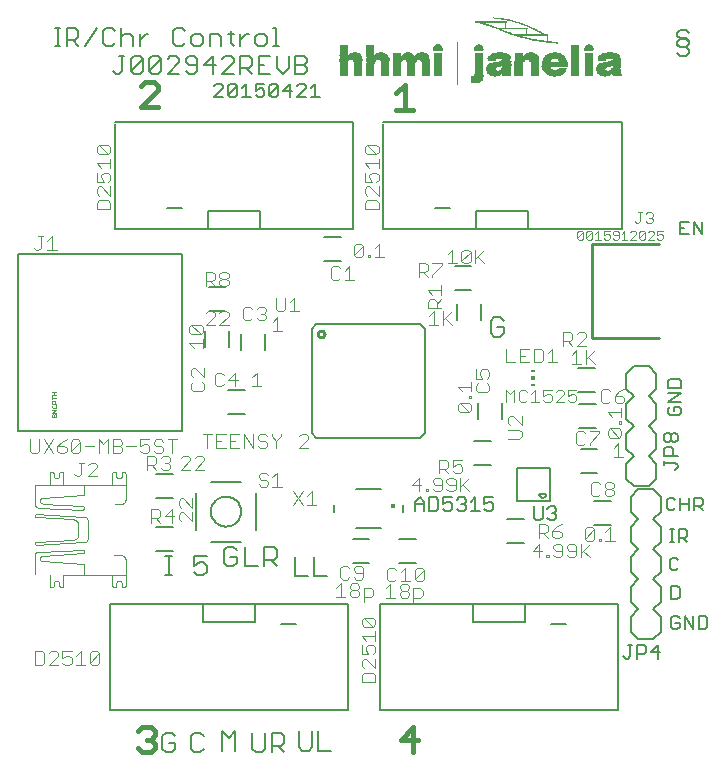
<source format=gto>
G75*
%MOIN*%
%OFA0B0*%
%FSLAX24Y24*%
%IPPOS*%
%LPD*%
%AMOC8*
5,1,8,0,0,1.08239X$1,22.5*
%
%ADD10C,0.0150*%
%ADD11C,0.0080*%
%ADD12C,0.0060*%
%ADD13C,0.0040*%
%ADD14C,0.0143*%
%ADD15R,0.0118X0.0059*%
%ADD16R,0.0118X0.0118*%
%ADD17C,0.0100*%
%ADD18C,0.0050*%
%ADD19C,0.0030*%
%ADD20R,0.0020X0.0010*%
%ADD21R,0.0240X0.0010*%
%ADD22R,0.0280X0.0010*%
%ADD23R,0.0300X0.0010*%
%ADD24R,0.0320X0.0010*%
%ADD25R,0.0340X0.0010*%
%ADD26R,0.0350X0.0010*%
%ADD27R,0.0360X0.0010*%
%ADD28R,0.0370X0.0010*%
%ADD29R,0.0380X0.0010*%
%ADD30R,0.0390X0.0010*%
%ADD31R,0.0400X0.0010*%
%ADD32R,0.0410X0.0010*%
%ADD33R,0.0330X0.0010*%
%ADD34R,0.0080X0.0010*%
%ADD35R,0.0100X0.0010*%
%ADD36R,0.0090X0.0010*%
%ADD37R,0.0310X0.0010*%
%ADD38R,0.0210X0.0010*%
%ADD39R,0.0250X0.0010*%
%ADD40R,0.0220X0.0010*%
%ADD41R,0.0290X0.0010*%
%ADD42R,0.0430X0.0010*%
%ADD43R,0.0480X0.0010*%
%ADD44R,0.0420X0.0010*%
%ADD45R,0.0510X0.0010*%
%ADD46R,0.0450X0.0010*%
%ADD47R,0.0540X0.0010*%
%ADD48R,0.0470X0.0010*%
%ADD49R,0.0580X0.0010*%
%ADD50R,0.0490X0.0010*%
%ADD51R,0.0600X0.0010*%
%ADD52R,0.0790X0.0010*%
%ADD53R,0.0620X0.0010*%
%ADD54R,0.0780X0.0010*%
%ADD55R,0.0650X0.0010*%
%ADD56R,0.0800X0.0010*%
%ADD57R,0.0670X0.0010*%
%ADD58R,0.0680X0.0010*%
%ADD59R,0.0810X0.0010*%
%ADD60R,0.0700X0.0010*%
%ADD61R,0.0710X0.0010*%
%ADD62R,0.0730X0.0010*%
%ADD63R,0.0740X0.0010*%
%ADD64R,0.0270X0.0010*%
%ADD65R,0.0460X0.0010*%
%ADD66R,0.0850X0.0010*%
%ADD67R,0.0770X0.0010*%
%ADD68R,0.0760X0.0010*%
%ADD69R,0.0750X0.0010*%
%ADD70R,0.0720X0.0010*%
%ADD71R,0.0840X0.0010*%
%ADD72R,0.0690X0.0010*%
%ADD73R,0.0660X0.0010*%
%ADD74R,0.0630X0.0010*%
%ADD75R,0.0830X0.0010*%
%ADD76R,0.0570X0.0010*%
%ADD77R,0.0820X0.0010*%
%ADD78R,0.1220X0.0010*%
%ADD79R,0.1210X0.0010*%
%ADD80R,0.1200X0.0010*%
%ADD81R,0.0640X0.0010*%
%ADD82R,0.1190X0.0010*%
%ADD83R,0.0520X0.0010*%
%ADD84R,0.0610X0.0010*%
%ADD85R,0.0500X0.0010*%
%ADD86R,0.0260X0.0010*%
%ADD87R,0.0440X0.0010*%
%ADD88R,0.0230X0.0010*%
%ADD89R,0.0140X0.0010*%
%ADD90R,0.0130X0.0010*%
%ADD91R,0.0160X0.0010*%
%ADD92R,0.0200X0.0010*%
%ADD93R,0.0180X0.0010*%
%ADD94R,0.0170X0.0010*%
%ADD95R,0.0150X0.0010*%
%ADD96R,0.0110X0.0010*%
%ADD97R,0.0030X0.0010*%
%ADD98R,0.0190X0.0010*%
%ADD99R,0.0120X0.0010*%
%ADD100R,0.1090X0.0010*%
%ADD101R,0.1130X0.0010*%
%ADD102R,0.1160X0.0010*%
%ADD103R,0.0060X0.0010*%
%ADD104R,0.0050X0.0010*%
%ADD105R,0.0070X0.0010*%
%ADD106R,0.1010X0.0010*%
%ADD107R,0.1030X0.0010*%
%ADD108R,0.1060X0.0010*%
%ADD109R,0.1070X0.0010*%
%ADD110C,0.0010*%
D10*
X013130Y001647D02*
X013272Y001505D01*
X013555Y001505D01*
X013697Y001647D01*
X013697Y001789D01*
X013555Y001930D01*
X013414Y001930D01*
X013555Y001930D02*
X013697Y002072D01*
X013697Y002214D01*
X013555Y002356D01*
X013272Y002356D01*
X013130Y002214D01*
X021880Y001930D02*
X022447Y001930D01*
X022305Y001505D02*
X022305Y002356D01*
X021880Y001930D01*
X022014Y022905D02*
X022014Y023756D01*
X021730Y023472D01*
X021730Y022905D02*
X022297Y022905D01*
X013797Y023005D02*
X013230Y023005D01*
X013797Y023572D01*
X013797Y023714D01*
X013655Y023856D01*
X013372Y023856D01*
X013230Y023714D01*
D11*
X013183Y024130D02*
X012989Y024130D01*
X012893Y024227D01*
X013280Y024614D01*
X013280Y024227D01*
X013183Y024130D01*
X012893Y024227D02*
X012893Y024614D01*
X012989Y024710D01*
X013183Y024710D01*
X013280Y024614D01*
X013500Y024614D02*
X013597Y024710D01*
X013791Y024710D01*
X013887Y024614D01*
X013500Y024227D01*
X013597Y024130D01*
X013791Y024130D01*
X013887Y024227D01*
X013887Y024614D01*
X014108Y024614D02*
X014205Y024710D01*
X014398Y024710D01*
X014495Y024614D01*
X014495Y024517D01*
X014108Y024130D01*
X014495Y024130D01*
X014716Y024227D02*
X014813Y024130D01*
X015006Y024130D01*
X015103Y024227D01*
X015103Y024614D01*
X015006Y024710D01*
X014813Y024710D01*
X014716Y024614D01*
X014716Y024517D01*
X014813Y024420D01*
X015103Y024420D01*
X015324Y024420D02*
X015614Y024710D01*
X015614Y024130D01*
X015711Y024420D02*
X015324Y024420D01*
X015931Y024614D02*
X016028Y024710D01*
X016222Y024710D01*
X016318Y024614D01*
X016318Y024517D01*
X015931Y024130D01*
X016318Y024130D01*
X016539Y024130D02*
X016539Y024710D01*
X016829Y024710D01*
X016926Y024614D01*
X016926Y024420D01*
X016829Y024323D01*
X016539Y024323D01*
X016733Y024323D02*
X016926Y024130D01*
X017147Y024130D02*
X017534Y024130D01*
X017754Y024323D02*
X017948Y024130D01*
X018141Y024323D01*
X018141Y024710D01*
X018362Y024710D02*
X018652Y024710D01*
X018749Y024614D01*
X018749Y024517D01*
X018652Y024420D01*
X018362Y024420D01*
X018362Y024130D02*
X018652Y024130D01*
X018749Y024227D01*
X018749Y024323D01*
X018652Y024420D01*
X018362Y024130D02*
X018362Y024710D01*
X017754Y024710D02*
X017754Y024323D01*
X017340Y024420D02*
X017147Y024420D01*
X017147Y024710D02*
X017147Y024130D01*
X017147Y024710D02*
X017534Y024710D01*
X017638Y025060D02*
X017831Y025060D01*
X017734Y025060D02*
X017734Y025640D01*
X017638Y025640D01*
X017417Y025350D02*
X017320Y025447D01*
X017127Y025447D01*
X017030Y025350D01*
X017030Y025157D01*
X017127Y025060D01*
X017320Y025060D01*
X017417Y025157D01*
X017417Y025350D01*
X016814Y025447D02*
X016717Y025447D01*
X016523Y025253D01*
X016523Y025060D02*
X016523Y025447D01*
X016312Y025447D02*
X016118Y025447D01*
X016215Y025544D02*
X016215Y025157D01*
X016312Y025060D01*
X015898Y025060D02*
X015898Y025350D01*
X015801Y025447D01*
X015511Y025447D01*
X015511Y025060D01*
X015290Y025157D02*
X015290Y025350D01*
X015193Y025447D01*
X015000Y025447D01*
X014903Y025350D01*
X014903Y025157D01*
X015000Y025060D01*
X015193Y025060D01*
X015290Y025157D01*
X014682Y025157D02*
X014585Y025060D01*
X014392Y025060D01*
X014295Y025157D01*
X014295Y025544D01*
X014392Y025640D01*
X014585Y025640D01*
X014682Y025544D01*
X013471Y025447D02*
X013375Y025447D01*
X013181Y025253D01*
X013181Y025060D02*
X013181Y025447D01*
X012960Y025350D02*
X012960Y025060D01*
X012960Y025350D02*
X012864Y025447D01*
X012670Y025447D01*
X012573Y025350D01*
X012573Y025640D02*
X012573Y025060D01*
X012353Y025157D02*
X012256Y025060D01*
X012062Y025060D01*
X011966Y025157D01*
X011966Y025544D01*
X012062Y025640D01*
X012256Y025640D01*
X012353Y025544D01*
X011745Y025640D02*
X011358Y025060D01*
X011137Y025060D02*
X010944Y025253D01*
X011040Y025253D02*
X010750Y025253D01*
X010750Y025060D02*
X010750Y025640D01*
X011040Y025640D01*
X011137Y025544D01*
X011137Y025350D01*
X011040Y025253D01*
X010538Y025060D02*
X010345Y025060D01*
X010442Y025060D02*
X010442Y025640D01*
X010538Y025640D02*
X010345Y025640D01*
X012478Y024710D02*
X012672Y024710D01*
X012575Y024710D02*
X012575Y024227D01*
X012478Y024130D01*
X012382Y024130D01*
X012285Y024227D01*
X013500Y024227D02*
X013500Y024614D01*
X012351Y022502D02*
X020303Y022502D01*
X020303Y018958D01*
X017193Y018958D01*
X017193Y019549D01*
X015461Y019549D01*
X015461Y018958D01*
X012351Y018958D01*
X012351Y022462D01*
X014077Y019637D02*
X014577Y019637D01*
X015461Y018958D02*
X017193Y018958D01*
X019073Y015770D02*
X022537Y015770D01*
X022695Y015612D01*
X022695Y012148D01*
X022537Y011990D01*
X019073Y011990D01*
X018915Y012148D01*
X018915Y015612D01*
X019073Y015770D01*
X021290Y018958D02*
X021290Y022462D01*
X021290Y022502D02*
X029243Y022502D01*
X029243Y018958D01*
X026133Y018958D01*
X026133Y019549D01*
X024400Y019549D01*
X024400Y018958D01*
X021290Y018958D01*
X023016Y019637D02*
X023516Y019637D01*
X024400Y018958D02*
X026133Y018958D01*
X031195Y018980D02*
X031335Y018980D01*
X031195Y018770D02*
X031475Y018770D01*
X031655Y018770D02*
X031655Y019190D01*
X031936Y018770D01*
X031936Y019190D01*
X031475Y019190D02*
X031195Y019190D01*
X031195Y018770D01*
X030155Y014380D02*
X029655Y014380D01*
X029405Y014130D01*
X029405Y013630D01*
X029655Y013380D01*
X029405Y013130D01*
X029405Y012630D01*
X029655Y012380D01*
X029405Y012130D01*
X029405Y011630D01*
X029655Y011380D01*
X029405Y011130D01*
X029405Y010630D01*
X029655Y010380D01*
X030155Y010380D01*
X030405Y010630D01*
X030405Y011130D01*
X030155Y011380D01*
X030405Y011630D01*
X030405Y012130D01*
X030155Y012380D01*
X030405Y012630D01*
X030405Y013130D01*
X030155Y013380D01*
X030405Y013630D01*
X030405Y014130D01*
X030155Y014380D01*
X030795Y013870D02*
X030795Y013660D01*
X031215Y013660D01*
X031215Y013870D01*
X031145Y013940D01*
X030865Y013940D01*
X030795Y013870D01*
X030795Y013479D02*
X031215Y013479D01*
X030795Y013199D01*
X031215Y013199D01*
X031145Y013019D02*
X031005Y013019D01*
X031005Y012879D01*
X031145Y013019D02*
X031215Y012949D01*
X031215Y012809D01*
X031145Y012739D01*
X030865Y012739D01*
X030795Y012809D01*
X030795Y012949D01*
X030865Y013019D01*
X030305Y010280D02*
X029805Y010280D01*
X029555Y010030D01*
X029555Y009530D01*
X029805Y009280D01*
X029555Y009030D01*
X029555Y008530D01*
X029805Y008280D01*
X029555Y008030D01*
X029555Y007530D01*
X029805Y007280D01*
X029555Y007030D01*
X029555Y006530D01*
X029805Y006280D01*
X029555Y006030D01*
X029555Y005530D01*
X029805Y005280D01*
X030305Y005280D01*
X030555Y005530D01*
X030555Y006030D01*
X030305Y006280D01*
X030555Y006530D01*
X030555Y007030D01*
X030305Y007280D01*
X030555Y007530D01*
X030555Y008030D01*
X030305Y008280D01*
X030555Y008530D01*
X030555Y009030D01*
X030305Y009280D01*
X030555Y009530D01*
X030555Y010030D01*
X030305Y010280D01*
X030745Y009920D02*
X030815Y009990D01*
X030955Y009990D01*
X031025Y009920D01*
X031205Y009990D02*
X031205Y009570D01*
X031025Y009640D02*
X030955Y009570D01*
X030815Y009570D01*
X030745Y009640D01*
X030745Y009920D01*
X031205Y009780D02*
X031486Y009780D01*
X031666Y009710D02*
X031876Y009710D01*
X031946Y009780D01*
X031946Y009920D01*
X031876Y009990D01*
X031666Y009990D01*
X031666Y009570D01*
X031486Y009570D02*
X031486Y009990D01*
X031806Y009710D02*
X031946Y009570D01*
X031362Y008940D02*
X031432Y008870D01*
X031432Y008730D01*
X031362Y008660D01*
X031152Y008660D01*
X031152Y008520D02*
X031152Y008940D01*
X031362Y008940D01*
X031292Y008660D02*
X031432Y008520D01*
X030985Y008520D02*
X030845Y008520D01*
X030915Y008520D02*
X030915Y008940D01*
X030845Y008940D02*
X030985Y008940D01*
X030915Y007990D02*
X030845Y007920D01*
X030845Y007640D01*
X030915Y007570D01*
X031055Y007570D01*
X031125Y007640D01*
X031125Y007920D02*
X031055Y007990D01*
X030915Y007990D01*
X030895Y007040D02*
X031105Y007040D01*
X031175Y006970D01*
X031175Y006690D01*
X031105Y006620D01*
X030895Y006620D01*
X030895Y007040D01*
X030965Y006040D02*
X030895Y005970D01*
X030895Y005690D01*
X030965Y005620D01*
X031105Y005620D01*
X031175Y005690D01*
X031175Y005830D01*
X031035Y005830D01*
X031175Y005970D02*
X031105Y006040D01*
X030965Y006040D01*
X031355Y006040D02*
X031636Y005620D01*
X031636Y006040D01*
X031816Y006040D02*
X032026Y006040D01*
X032096Y005970D01*
X032096Y005690D01*
X032026Y005620D01*
X031816Y005620D01*
X031816Y006040D01*
X031355Y006040D02*
X031355Y005620D01*
X029131Y006452D02*
X029131Y002948D01*
X029131Y002908D02*
X021179Y002908D01*
X021179Y006452D01*
X024289Y006452D01*
X024289Y005861D01*
X026021Y005861D01*
X026021Y006452D01*
X029131Y006452D01*
X027405Y005773D02*
X026905Y005773D01*
X026021Y006452D02*
X024289Y006452D01*
X021218Y008980D02*
X020392Y008980D01*
X019663Y009512D02*
X019663Y009748D01*
X020392Y010280D02*
X021218Y010280D01*
X021947Y009748D02*
X021947Y009512D01*
X020131Y006452D02*
X020131Y002948D01*
X020131Y002908D02*
X012179Y002908D01*
X012179Y006452D01*
X015289Y006452D01*
X015289Y005861D01*
X017021Y005861D01*
X017021Y006452D01*
X020131Y006452D01*
X018405Y005773D02*
X017905Y005773D01*
X017021Y006452D02*
X015289Y006452D01*
X015567Y008530D02*
X016543Y008530D01*
X017055Y008924D02*
X017055Y010136D01*
X016555Y010530D02*
X015567Y010530D01*
X015055Y010136D02*
X015055Y008924D01*
X015555Y009530D02*
X015557Y009574D01*
X015563Y009618D01*
X015573Y009661D01*
X015586Y009703D01*
X015603Y009744D01*
X015624Y009783D01*
X015648Y009820D01*
X015675Y009855D01*
X015705Y009887D01*
X015738Y009917D01*
X015774Y009943D01*
X015811Y009967D01*
X015851Y009986D01*
X015892Y010003D01*
X015935Y010015D01*
X015978Y010024D01*
X016022Y010029D01*
X016066Y010030D01*
X016110Y010027D01*
X016154Y010020D01*
X016197Y010009D01*
X016239Y009995D01*
X016279Y009977D01*
X016318Y009955D01*
X016354Y009931D01*
X016388Y009903D01*
X016420Y009872D01*
X016449Y009838D01*
X016475Y009802D01*
X016497Y009764D01*
X016516Y009724D01*
X016531Y009682D01*
X016543Y009640D01*
X016551Y009596D01*
X016555Y009552D01*
X016555Y009508D01*
X016551Y009464D01*
X016543Y009420D01*
X016531Y009378D01*
X016516Y009336D01*
X016497Y009296D01*
X016475Y009258D01*
X016449Y009222D01*
X016420Y009188D01*
X016388Y009157D01*
X016354Y009129D01*
X016318Y009105D01*
X016279Y009083D01*
X016239Y009065D01*
X016197Y009051D01*
X016154Y009040D01*
X016110Y009033D01*
X016066Y009030D01*
X016022Y009031D01*
X015978Y009036D01*
X015935Y009045D01*
X015892Y009057D01*
X015851Y009074D01*
X015811Y009093D01*
X015774Y009117D01*
X015738Y009143D01*
X015705Y009173D01*
X015675Y009205D01*
X015648Y009240D01*
X015624Y009277D01*
X015603Y009316D01*
X015586Y009357D01*
X015573Y009399D01*
X015563Y009442D01*
X015557Y009486D01*
X015555Y009530D01*
X025754Y009879D02*
X026856Y009879D01*
X026856Y010981D01*
X025754Y010981D01*
X025754Y009879D01*
X026502Y010115D02*
X026738Y010115D01*
X026736Y010095D01*
X026731Y010075D01*
X026722Y010056D01*
X026710Y010039D01*
X026696Y010025D01*
X026679Y010013D01*
X026660Y010004D01*
X026640Y009999D01*
X026620Y009997D01*
X026600Y009999D01*
X026580Y010004D01*
X026561Y010013D01*
X026544Y010025D01*
X026530Y010039D01*
X026518Y010056D01*
X026509Y010075D01*
X026504Y010095D01*
X026502Y010115D01*
X031184Y024710D02*
X031087Y024807D01*
X031184Y024710D02*
X031378Y024710D01*
X031474Y024807D01*
X031474Y024903D01*
X031378Y025000D01*
X031184Y025000D01*
X031087Y025097D01*
X031087Y025194D01*
X031184Y025290D01*
X031378Y025290D01*
X031474Y025194D01*
X031474Y025203D02*
X031474Y025107D01*
X031378Y025010D01*
X031184Y025010D01*
X031087Y025107D01*
X031184Y025300D02*
X031378Y025300D01*
X031474Y025203D01*
X031474Y025494D02*
X031378Y025590D01*
X031184Y025590D01*
X031087Y025494D01*
X031087Y025397D01*
X031184Y025300D01*
D12*
X024235Y017730D02*
X023675Y017730D01*
X023675Y016930D02*
X024235Y016930D01*
X024555Y016460D02*
X024555Y015900D01*
X024885Y015894D02*
X024885Y015467D01*
X024992Y015360D01*
X025205Y015360D01*
X025312Y015467D01*
X025312Y015680D01*
X025099Y015680D01*
X025312Y015894D02*
X025205Y016001D01*
X024992Y016001D01*
X024885Y015894D01*
X023755Y015900D02*
X023755Y016460D01*
X019885Y017880D02*
X019325Y017880D01*
X019325Y018680D02*
X019885Y018680D01*
X016035Y017030D02*
X015475Y017030D01*
X015475Y016230D02*
X016035Y016230D01*
X016155Y015560D02*
X016155Y015000D01*
X016555Y014900D02*
X016555Y015460D01*
X017355Y015460D02*
X017355Y014900D01*
X016685Y013580D02*
X016125Y013580D01*
X016125Y012780D02*
X016685Y012780D01*
X015355Y015000D02*
X015355Y015560D01*
X014285Y010780D02*
X013725Y010780D01*
X013725Y009980D02*
X014285Y009980D01*
X014285Y009030D02*
X013725Y009030D01*
X013725Y008230D02*
X014285Y008230D01*
X014249Y008051D02*
X014035Y008051D01*
X014142Y008051D02*
X014142Y007410D01*
X014035Y007410D02*
X014249Y007410D01*
X014985Y007517D02*
X015092Y007410D01*
X015305Y007410D01*
X015412Y007517D01*
X015412Y007730D01*
X015305Y007837D01*
X015199Y007837D01*
X014985Y007730D01*
X014985Y008051D01*
X015412Y008051D01*
X015985Y008244D02*
X016092Y008351D01*
X016305Y008351D01*
X016412Y008244D01*
X016412Y008030D02*
X016199Y008030D01*
X016412Y008030D02*
X016412Y007817D01*
X016305Y007710D01*
X016092Y007710D01*
X015985Y007817D01*
X015985Y008244D01*
X016685Y008351D02*
X016685Y007710D01*
X017112Y007710D01*
X017330Y007710D02*
X017330Y008351D01*
X017650Y008351D01*
X017757Y008244D01*
X017757Y008030D01*
X017650Y007924D01*
X017330Y007924D01*
X017543Y007924D02*
X017757Y007710D01*
X018355Y008011D02*
X018355Y007370D01*
X018782Y007370D01*
X019000Y007370D02*
X019427Y007370D01*
X019000Y007370D02*
X019000Y008011D01*
X020275Y007830D02*
X020835Y007830D01*
X020835Y008630D02*
X020275Y008630D01*
X021825Y008630D02*
X022385Y008630D01*
X022385Y007830D02*
X021825Y007830D01*
X025425Y008480D02*
X025985Y008480D01*
X025985Y009280D02*
X025425Y009280D01*
X024885Y011080D02*
X024325Y011080D01*
X024325Y011880D02*
X024885Y011880D01*
X025255Y012600D02*
X025255Y013160D01*
X024455Y013160D02*
X024455Y012600D01*
X027825Y012330D02*
X028385Y012330D01*
X028435Y011630D02*
X027875Y011630D01*
X027875Y010830D02*
X028435Y010830D01*
X028315Y009880D02*
X028875Y009880D01*
X028875Y009080D02*
X028315Y009080D01*
X028385Y013130D02*
X027825Y013130D01*
X027785Y013530D02*
X028345Y013530D01*
X028345Y014330D02*
X027785Y014330D01*
X019181Y023340D02*
X018888Y023340D01*
X019035Y023340D02*
X019035Y023780D01*
X018888Y023634D01*
X018721Y023634D02*
X018721Y023707D01*
X018648Y023780D01*
X018501Y023780D01*
X018427Y023707D01*
X018261Y023560D02*
X017967Y023560D01*
X018187Y023780D01*
X018187Y023340D01*
X018427Y023340D02*
X018721Y023634D01*
X018721Y023340D02*
X018427Y023340D01*
X017800Y023413D02*
X017800Y023707D01*
X017507Y023413D01*
X017580Y023340D01*
X017727Y023340D01*
X017800Y023413D01*
X017507Y023413D02*
X017507Y023707D01*
X017580Y023780D01*
X017727Y023780D01*
X017800Y023707D01*
X017340Y023780D02*
X017046Y023780D01*
X017046Y023560D01*
X017193Y023634D01*
X017266Y023634D01*
X017340Y023560D01*
X017340Y023413D01*
X017266Y023340D01*
X017120Y023340D01*
X017046Y023413D01*
X016879Y023340D02*
X016586Y023340D01*
X016733Y023340D02*
X016733Y023780D01*
X016586Y023634D01*
X016419Y023707D02*
X016125Y023413D01*
X016199Y023340D01*
X016346Y023340D01*
X016419Y023413D01*
X016419Y023707D01*
X016346Y023780D01*
X016199Y023780D01*
X016125Y023707D01*
X016125Y023413D01*
X015959Y023340D02*
X015665Y023340D01*
X015959Y023634D01*
X015959Y023707D01*
X015885Y023780D01*
X015738Y023780D01*
X015665Y023707D01*
X015935Y002201D02*
X016149Y001987D01*
X016362Y002201D01*
X016362Y001560D01*
X016935Y001617D02*
X017042Y001510D01*
X017255Y001510D01*
X017362Y001617D01*
X017362Y002151D01*
X017580Y002151D02*
X017900Y002151D01*
X018007Y002044D01*
X018007Y001830D01*
X017900Y001724D01*
X017580Y001724D01*
X017793Y001724D02*
X018007Y001510D01*
X018495Y001667D02*
X018602Y001560D01*
X018815Y001560D01*
X018922Y001667D01*
X018922Y002201D01*
X019140Y002201D02*
X019140Y001560D01*
X019567Y001560D01*
X018495Y001667D02*
X018495Y002201D01*
X017580Y002151D02*
X017580Y001510D01*
X016935Y001617D02*
X016935Y002151D01*
X015935Y002201D02*
X015935Y001560D01*
X015312Y001617D02*
X015205Y001510D01*
X014992Y001510D01*
X014885Y001617D01*
X014885Y002044D01*
X014992Y002151D01*
X015205Y002151D01*
X015312Y002044D01*
X014362Y002044D02*
X014255Y002151D01*
X014042Y002151D01*
X013935Y002044D01*
X013935Y001617D01*
X014042Y001510D01*
X014255Y001510D01*
X014362Y001617D01*
X014362Y001830D01*
X014149Y001830D01*
D13*
X009913Y004420D02*
X009683Y004420D01*
X009683Y004880D01*
X009913Y004880D01*
X009990Y004804D01*
X009990Y004497D01*
X009913Y004420D01*
X010143Y004420D02*
X010450Y004727D01*
X010450Y004804D01*
X010374Y004880D01*
X010220Y004880D01*
X010143Y004804D01*
X010143Y004420D02*
X010450Y004420D01*
X010604Y004497D02*
X010681Y004420D01*
X010834Y004420D01*
X010911Y004497D01*
X010911Y004650D01*
X010834Y004727D01*
X010757Y004727D01*
X010604Y004650D01*
X010604Y004880D01*
X010911Y004880D01*
X011064Y004727D02*
X011218Y004880D01*
X011218Y004420D01*
X011371Y004420D02*
X011064Y004420D01*
X011525Y004497D02*
X011525Y004804D01*
X011601Y004880D01*
X011755Y004880D01*
X011832Y004804D01*
X011525Y004497D01*
X011601Y004420D01*
X011755Y004420D01*
X011832Y004497D01*
X011832Y004804D01*
X012649Y007001D02*
X012649Y007001D01*
X012649Y007000D02*
X012662Y007001D01*
X012675Y007006D01*
X012687Y007013D01*
X012697Y007023D01*
X012704Y007035D01*
X012709Y007048D01*
X012710Y007061D01*
X012709Y007062D02*
X012709Y007431D01*
X010629Y007431D01*
X010629Y007062D01*
X010629Y007061D02*
X010628Y007048D01*
X010623Y007035D01*
X010616Y007023D01*
X010606Y007013D01*
X010594Y007006D01*
X010581Y007001D01*
X010568Y007000D01*
X010568Y007001D02*
X010568Y007001D01*
X010553Y007003D01*
X010539Y007008D01*
X010527Y007015D01*
X010516Y007026D01*
X010509Y007038D01*
X010504Y007052D01*
X010502Y007067D01*
X010502Y007128D01*
X010501Y007128D02*
X010499Y007145D01*
X010494Y007162D01*
X010486Y007177D01*
X010475Y007190D01*
X010462Y007201D01*
X010447Y007209D01*
X010430Y007214D01*
X010413Y007216D01*
X010402Y007216D01*
X010385Y007214D01*
X010368Y007209D01*
X010353Y007201D01*
X010340Y007190D01*
X010329Y007177D01*
X010321Y007162D01*
X010316Y007145D01*
X010314Y007128D01*
X010314Y007062D01*
X010312Y007048D01*
X010308Y007036D01*
X010301Y007024D01*
X010291Y007014D01*
X010279Y007007D01*
X010267Y007003D01*
X010253Y007001D01*
X010238Y007003D01*
X010224Y007008D01*
X010212Y007015D01*
X010201Y007026D01*
X010194Y007038D01*
X010189Y007052D01*
X010187Y007067D01*
X010187Y007409D01*
X009674Y007453D02*
X009674Y008061D01*
X009676Y008083D01*
X009681Y008104D01*
X009689Y008124D01*
X009700Y008142D01*
X009714Y008159D01*
X009731Y008173D01*
X009749Y008184D01*
X009769Y008192D01*
X009790Y008197D01*
X009812Y008199D01*
X009828Y008199D01*
X011274Y008265D01*
X011288Y008264D01*
X011302Y008260D01*
X011313Y008252D01*
X011323Y008242D01*
X011330Y008230D01*
X011334Y008217D01*
X011335Y008203D01*
X011332Y008189D01*
X011326Y008176D01*
X011318Y008166D01*
X011306Y008157D01*
X011294Y008151D01*
X011280Y008149D01*
X009944Y008061D01*
X009945Y008061D02*
X009926Y008058D01*
X009909Y008051D01*
X009893Y008042D01*
X009879Y008029D01*
X009868Y008014D01*
X009860Y007998D01*
X009855Y007980D01*
X009854Y007961D01*
X009856Y007943D01*
X009862Y007925D01*
X009871Y007909D01*
X009883Y007895D01*
X009898Y007883D01*
X009914Y007874D01*
X009932Y007869D01*
X009950Y007867D01*
X011291Y007779D01*
X011303Y007777D01*
X011314Y007771D01*
X011323Y007763D01*
X011330Y007753D01*
X011334Y007742D01*
X011335Y007730D01*
X011335Y007729D02*
X011335Y007453D01*
X012268Y007409D02*
X012268Y007067D01*
X012270Y007052D01*
X012275Y007038D01*
X012282Y007026D01*
X012293Y007015D01*
X012305Y007008D01*
X012319Y007003D01*
X012334Y007001D01*
X012348Y007003D01*
X012360Y007007D01*
X012372Y007014D01*
X012382Y007024D01*
X012389Y007036D01*
X012393Y007048D01*
X012395Y007062D01*
X012395Y007128D01*
X012397Y007145D01*
X012402Y007162D01*
X012410Y007177D01*
X012421Y007190D01*
X012434Y007201D01*
X012449Y007209D01*
X012466Y007214D01*
X012483Y007216D01*
X012494Y007216D01*
X012511Y007214D01*
X012528Y007209D01*
X012543Y007201D01*
X012556Y007190D01*
X012567Y007177D01*
X012575Y007162D01*
X012580Y007145D01*
X012582Y007128D01*
X012582Y007067D01*
X012583Y007067D02*
X012585Y007052D01*
X012590Y007038D01*
X012597Y007026D01*
X012608Y007015D01*
X012620Y007008D01*
X012634Y007003D01*
X012649Y007001D01*
X012709Y007431D02*
X012709Y007934D01*
X012707Y007956D01*
X012702Y007977D01*
X012694Y007997D01*
X012683Y008015D01*
X012669Y008032D01*
X012652Y008046D01*
X012634Y008057D01*
X012614Y008065D01*
X012593Y008070D01*
X012571Y008072D01*
X012340Y008072D01*
X011451Y008646D02*
X011451Y009225D01*
X011449Y009246D01*
X011444Y009266D01*
X011436Y009285D01*
X011426Y009303D01*
X011412Y009319D01*
X011396Y009333D01*
X011378Y009343D01*
X011359Y009351D01*
X011339Y009356D01*
X011318Y009358D01*
X011319Y009358D02*
X009734Y009440D01*
X009735Y009441D02*
X009721Y009440D01*
X009708Y009435D01*
X009697Y009427D01*
X009688Y009417D01*
X009682Y009404D01*
X009679Y009391D01*
X009680Y009377D01*
X009685Y009364D01*
X009693Y009353D01*
X009703Y009344D01*
X009716Y009338D01*
X009729Y009335D01*
X009729Y009336D02*
X010954Y009269D01*
X010978Y009267D01*
X011002Y009262D01*
X011025Y009254D01*
X011046Y009242D01*
X011066Y009227D01*
X011083Y009210D01*
X011098Y009190D01*
X011110Y009169D01*
X011118Y009146D01*
X011123Y009122D01*
X011125Y009098D01*
X011125Y008751D01*
X011126Y008751D02*
X011124Y008727D01*
X011119Y008704D01*
X011111Y008682D01*
X011100Y008661D01*
X011085Y008642D01*
X011069Y008626D01*
X011050Y008611D01*
X011029Y008600D01*
X011007Y008592D01*
X010984Y008587D01*
X010960Y008585D01*
X010932Y008585D01*
X009734Y008530D01*
X009721Y008528D01*
X009708Y008522D01*
X009697Y008513D01*
X009689Y008502D01*
X009684Y008489D01*
X009682Y008475D01*
X009684Y008461D01*
X009689Y008448D01*
X009697Y008437D01*
X009708Y008428D01*
X009721Y008422D01*
X009734Y008420D01*
X009734Y008419D02*
X011307Y008502D01*
X011330Y008504D01*
X011351Y008509D01*
X011372Y008518D01*
X011392Y008530D01*
X011409Y008544D01*
X011423Y008561D01*
X011435Y008581D01*
X011444Y008602D01*
X011449Y008623D01*
X011451Y008646D01*
X011274Y009595D02*
X009828Y009661D01*
X009812Y009661D01*
X009790Y009663D01*
X009769Y009668D01*
X009749Y009676D01*
X009731Y009687D01*
X009714Y009701D01*
X009700Y009718D01*
X009689Y009736D01*
X009681Y009756D01*
X009676Y009777D01*
X009674Y009799D01*
X009674Y010406D01*
X009705Y010428D02*
X009705Y010430D01*
X012709Y010428D01*
X012709Y009932D01*
X012707Y009910D01*
X012702Y009888D01*
X012693Y009867D01*
X012682Y009848D01*
X012667Y009831D01*
X012650Y009816D01*
X012631Y009805D01*
X012610Y009796D01*
X012588Y009791D01*
X012566Y009789D01*
X012566Y009788D02*
X012356Y009788D01*
X012268Y010428D02*
X012268Y010798D01*
X012267Y010798D02*
X012269Y010811D01*
X012273Y010824D01*
X012280Y010836D01*
X012290Y010846D01*
X012302Y010853D01*
X012315Y010858D01*
X012328Y010859D01*
X012329Y010859D02*
X012329Y010859D01*
X012344Y010857D01*
X012358Y010852D01*
X012370Y010845D01*
X012381Y010834D01*
X012388Y010822D01*
X012393Y010808D01*
X012395Y010793D01*
X012395Y010732D01*
X012397Y010715D01*
X012402Y010698D01*
X012410Y010683D01*
X012421Y010670D01*
X012434Y010659D01*
X012449Y010651D01*
X012466Y010646D01*
X012483Y010644D01*
X012494Y010644D01*
X012511Y010646D01*
X012528Y010651D01*
X012543Y010659D01*
X012556Y010670D01*
X012567Y010683D01*
X012575Y010698D01*
X012580Y010715D01*
X012582Y010732D01*
X012582Y010798D01*
X012584Y010812D01*
X012588Y010824D01*
X012595Y010836D01*
X012605Y010846D01*
X012617Y010853D01*
X012629Y010857D01*
X012643Y010859D01*
X012658Y010857D01*
X012672Y010852D01*
X012684Y010845D01*
X012695Y010834D01*
X012702Y010822D01*
X012707Y010808D01*
X012709Y010793D01*
X012709Y010423D01*
X013425Y010920D02*
X013425Y011380D01*
X013655Y011380D01*
X013732Y011304D01*
X013732Y011150D01*
X013655Y011073D01*
X013425Y011073D01*
X013578Y011073D02*
X013732Y010920D01*
X013885Y010997D02*
X013962Y010920D01*
X014116Y010920D01*
X014192Y010997D01*
X014192Y011073D01*
X014116Y011150D01*
X014039Y011150D01*
X014116Y011150D02*
X014192Y011227D01*
X014192Y011304D01*
X014116Y011380D01*
X013962Y011380D01*
X013885Y011304D01*
X013889Y011480D02*
X013735Y011480D01*
X013659Y011557D01*
X013505Y011557D02*
X013505Y011710D01*
X013428Y011787D01*
X013352Y011787D01*
X013198Y011710D01*
X013198Y011940D01*
X013505Y011940D01*
X013659Y011864D02*
X013659Y011787D01*
X013735Y011710D01*
X013889Y011710D01*
X013965Y011633D01*
X013965Y011557D01*
X013889Y011480D01*
X014272Y011480D02*
X014272Y011940D01*
X014119Y011940D02*
X014426Y011940D01*
X013965Y011864D02*
X013889Y011940D01*
X013735Y011940D01*
X013659Y011864D01*
X013505Y011557D02*
X013428Y011480D01*
X013275Y011480D01*
X013198Y011557D01*
X013045Y011710D02*
X012738Y011710D01*
X012584Y011633D02*
X012584Y011557D01*
X012508Y011480D01*
X012277Y011480D01*
X012277Y011940D01*
X012508Y011940D01*
X012584Y011864D01*
X012584Y011787D01*
X012508Y011710D01*
X012277Y011710D01*
X012508Y011710D02*
X012584Y011633D01*
X012124Y011480D02*
X012124Y011940D01*
X011970Y011787D01*
X011817Y011940D01*
X011817Y011480D01*
X011663Y011710D02*
X011357Y011710D01*
X011203Y011557D02*
X011126Y011480D01*
X010973Y011480D01*
X010896Y011557D01*
X011203Y011864D01*
X011203Y011557D01*
X010896Y011557D02*
X010896Y011864D01*
X010973Y011940D01*
X011126Y011940D01*
X011203Y011864D01*
X010743Y011940D02*
X010589Y011864D01*
X010436Y011710D01*
X010666Y011710D01*
X010743Y011633D01*
X010743Y011557D01*
X010666Y011480D01*
X010513Y011480D01*
X010436Y011557D01*
X010436Y011710D01*
X010282Y011480D02*
X009975Y011940D01*
X009822Y011940D02*
X009822Y011557D01*
X009745Y011480D01*
X009592Y011480D01*
X009515Y011557D01*
X009515Y011940D01*
X009975Y011480D02*
X010282Y011940D01*
X011158Y011160D02*
X011311Y011160D01*
X011234Y011160D02*
X011234Y010777D01*
X011158Y010700D01*
X011081Y010700D01*
X011004Y010777D01*
X011465Y010700D02*
X011772Y011007D01*
X011772Y011084D01*
X011695Y011160D01*
X011541Y011160D01*
X011465Y011084D01*
X011465Y010700D02*
X011772Y010700D01*
X011335Y010406D02*
X011335Y010130D01*
X011334Y010118D01*
X011330Y010107D01*
X011323Y010097D01*
X011314Y010089D01*
X011303Y010083D01*
X011291Y010081D01*
X009950Y009992D01*
X009950Y009993D02*
X009932Y009991D01*
X009914Y009986D01*
X009898Y009977D01*
X009883Y009965D01*
X009871Y009951D01*
X009862Y009935D01*
X009856Y009917D01*
X009854Y009899D01*
X009855Y009880D01*
X009860Y009862D01*
X009868Y009846D01*
X009879Y009831D01*
X009893Y009818D01*
X009909Y009809D01*
X009926Y009802D01*
X009945Y009799D01*
X009944Y009799D02*
X011280Y009711D01*
X011294Y009709D01*
X011306Y009703D01*
X011318Y009694D01*
X011326Y009684D01*
X011332Y009671D01*
X011335Y009657D01*
X011334Y009643D01*
X011330Y009630D01*
X011323Y009618D01*
X011313Y009608D01*
X011302Y009600D01*
X011288Y009596D01*
X011274Y009595D01*
X010629Y010450D02*
X010629Y010793D01*
X010628Y010793D02*
X010626Y010808D01*
X010621Y010822D01*
X010614Y010834D01*
X010603Y010845D01*
X010591Y010852D01*
X010577Y010857D01*
X010562Y010859D01*
X010548Y010857D01*
X010536Y010853D01*
X010524Y010846D01*
X010514Y010836D01*
X010507Y010824D01*
X010503Y010812D01*
X010501Y010798D01*
X010502Y010798D02*
X010502Y010732D01*
X010501Y010732D02*
X010499Y010715D01*
X010494Y010698D01*
X010486Y010683D01*
X010475Y010670D01*
X010462Y010659D01*
X010447Y010651D01*
X010430Y010646D01*
X010413Y010644D01*
X010402Y010644D01*
X010385Y010646D01*
X010368Y010651D01*
X010353Y010659D01*
X010340Y010670D01*
X010329Y010683D01*
X010321Y010698D01*
X010316Y010715D01*
X010314Y010732D01*
X010314Y010793D01*
X010312Y010808D01*
X010307Y010822D01*
X010300Y010834D01*
X010289Y010845D01*
X010277Y010852D01*
X010263Y010857D01*
X010248Y010859D01*
X010248Y010859D01*
X010235Y010858D01*
X010222Y010853D01*
X010210Y010846D01*
X010200Y010836D01*
X010193Y010824D01*
X010188Y010811D01*
X010187Y010798D01*
X010187Y010428D01*
X013554Y009610D02*
X013554Y009150D01*
X013554Y009303D02*
X013784Y009303D01*
X013861Y009380D01*
X013861Y009534D01*
X013784Y009610D01*
X013554Y009610D01*
X013708Y009303D02*
X013861Y009150D01*
X014015Y009380D02*
X014322Y009380D01*
X014475Y009430D02*
X014475Y009277D01*
X014551Y009200D01*
X014475Y009430D02*
X014551Y009507D01*
X014628Y009507D01*
X014935Y009200D01*
X014935Y009507D01*
X014935Y009660D02*
X014628Y009967D01*
X014551Y009967D01*
X014475Y009891D01*
X014475Y009737D01*
X014551Y009660D01*
X014245Y009610D02*
X014015Y009380D01*
X014245Y009150D02*
X014245Y009610D01*
X014935Y009660D02*
X014935Y009967D01*
X014862Y010930D02*
X014555Y010930D01*
X014862Y011237D01*
X014862Y011314D01*
X014785Y011390D01*
X014632Y011390D01*
X014555Y011314D01*
X015015Y011314D02*
X015092Y011390D01*
X015246Y011390D01*
X015322Y011314D01*
X015322Y011237D01*
X015015Y010930D01*
X015322Y010930D01*
X015428Y011650D02*
X015428Y012110D01*
X015275Y012110D02*
X015582Y012110D01*
X015735Y012110D02*
X015735Y011650D01*
X016042Y011650D01*
X016196Y011650D02*
X016503Y011650D01*
X016656Y011650D02*
X016656Y012110D01*
X016963Y011650D01*
X016963Y012110D01*
X017117Y012034D02*
X017117Y011957D01*
X017193Y011880D01*
X017347Y011880D01*
X017423Y011803D01*
X017423Y011727D01*
X017347Y011650D01*
X017193Y011650D01*
X017117Y011727D01*
X017117Y012034D02*
X017193Y012110D01*
X017347Y012110D01*
X017423Y012034D01*
X017577Y012034D02*
X017730Y011880D01*
X017730Y011650D01*
X017730Y011880D02*
X017884Y012034D01*
X017884Y012110D01*
X017577Y012110D02*
X017577Y012034D01*
X018498Y012034D02*
X018574Y012110D01*
X018728Y012110D01*
X018805Y012034D01*
X018805Y011957D01*
X018498Y011650D01*
X018805Y011650D01*
X017759Y010820D02*
X017759Y010360D01*
X017912Y010360D02*
X017605Y010360D01*
X017452Y010437D02*
X017375Y010360D01*
X017222Y010360D01*
X017145Y010437D01*
X017222Y010590D02*
X017375Y010590D01*
X017452Y010513D01*
X017452Y010437D01*
X017605Y010667D02*
X017759Y010820D01*
X017452Y010744D02*
X017375Y010820D01*
X017222Y010820D01*
X017145Y010744D01*
X017145Y010667D01*
X017222Y010590D01*
X018304Y010210D02*
X018611Y009750D01*
X018765Y009750D02*
X019072Y009750D01*
X018918Y009750D02*
X018918Y010210D01*
X018765Y010057D01*
X018611Y010210D02*
X018304Y009750D01*
X016196Y011650D02*
X016196Y012110D01*
X016503Y012110D01*
X016349Y011880D02*
X016196Y011880D01*
X016042Y012110D02*
X015735Y012110D01*
X015735Y011880D02*
X015889Y011880D01*
X015258Y013550D02*
X014951Y013550D01*
X014875Y013627D01*
X014875Y013780D01*
X014951Y013857D01*
X014951Y014010D02*
X014875Y014087D01*
X014875Y014241D01*
X014951Y014317D01*
X015028Y014317D01*
X015335Y014010D01*
X015335Y014317D01*
X015675Y014084D02*
X015675Y013777D01*
X015752Y013700D01*
X015905Y013700D01*
X015982Y013777D01*
X016135Y013930D02*
X016442Y013930D01*
X016366Y013700D02*
X016366Y014160D01*
X016135Y013930D01*
X015982Y014084D02*
X015905Y014160D01*
X015752Y014160D01*
X015675Y014084D01*
X015335Y013780D02*
X015258Y013857D01*
X015335Y013780D02*
X015335Y013627D01*
X015258Y013550D01*
X015285Y014979D02*
X015285Y015286D01*
X015285Y015133D02*
X014825Y015133D01*
X014978Y014979D01*
X014901Y015440D02*
X014825Y015516D01*
X014825Y015670D01*
X014901Y015747D01*
X015208Y015440D01*
X015285Y015516D01*
X015285Y015670D01*
X015208Y015747D01*
X014901Y015747D01*
X014901Y015440D02*
X015208Y015440D01*
X015375Y015750D02*
X015682Y016057D01*
X015682Y016134D01*
X015605Y016210D01*
X015452Y016210D01*
X015375Y016134D01*
X015375Y015750D02*
X015682Y015750D01*
X015835Y015750D02*
X016142Y016057D01*
X016142Y016134D01*
X016066Y016210D01*
X015912Y016210D01*
X015835Y016134D01*
X015835Y015750D02*
X016142Y015750D01*
X016625Y015977D02*
X016702Y015900D01*
X016855Y015900D01*
X016932Y015977D01*
X017085Y015977D02*
X017162Y015900D01*
X017316Y015900D01*
X017392Y015977D01*
X017392Y016053D01*
X017316Y016130D01*
X017239Y016130D01*
X017316Y016130D02*
X017392Y016207D01*
X017392Y016284D01*
X017316Y016360D01*
X017162Y016360D01*
X017085Y016284D01*
X016932Y016284D02*
X016855Y016360D01*
X016702Y016360D01*
X016625Y016284D01*
X016625Y015977D01*
X017615Y015857D02*
X017768Y016010D01*
X017768Y015550D01*
X017615Y015550D02*
X017922Y015550D01*
X017955Y016200D02*
X018032Y016277D01*
X018032Y016660D01*
X018185Y016507D02*
X018339Y016660D01*
X018339Y016200D01*
X018492Y016200D02*
X018185Y016200D01*
X017955Y016200D02*
X017802Y016200D01*
X017725Y016277D01*
X017725Y016660D01*
X016142Y017127D02*
X016066Y017050D01*
X015912Y017050D01*
X015835Y017127D01*
X015835Y017203D01*
X015912Y017280D01*
X016066Y017280D01*
X016142Y017203D01*
X016142Y017127D01*
X016066Y017280D02*
X016142Y017357D01*
X016142Y017434D01*
X016066Y017510D01*
X015912Y017510D01*
X015835Y017434D01*
X015835Y017357D01*
X015912Y017280D01*
X015682Y017280D02*
X015605Y017203D01*
X015375Y017203D01*
X015375Y017050D02*
X015375Y017510D01*
X015605Y017510D01*
X015682Y017434D01*
X015682Y017280D01*
X015528Y017203D02*
X015682Y017050D01*
X017078Y014160D02*
X016925Y014007D01*
X017078Y014160D02*
X017078Y013700D01*
X016925Y013700D02*
X017232Y013700D01*
X019631Y017250D02*
X019554Y017327D01*
X019554Y017634D01*
X019631Y017710D01*
X019784Y017710D01*
X019861Y017634D01*
X020015Y017557D02*
X020168Y017710D01*
X020168Y017250D01*
X020015Y017250D02*
X020322Y017250D01*
X019861Y017327D02*
X019784Y017250D01*
X019631Y017250D01*
X020402Y018000D02*
X020325Y018077D01*
X020632Y018384D01*
X020632Y018077D01*
X020555Y018000D01*
X020402Y018000D01*
X020325Y018077D02*
X020325Y018384D01*
X020402Y018460D01*
X020555Y018460D01*
X020632Y018384D01*
X020785Y018077D02*
X020862Y018077D01*
X020862Y018000D01*
X020785Y018000D01*
X020785Y018077D01*
X021016Y018000D02*
X021323Y018000D01*
X021169Y018000D02*
X021169Y018460D01*
X021016Y018307D01*
X022475Y017810D02*
X022475Y017350D01*
X022475Y017503D02*
X022705Y017503D01*
X022782Y017580D01*
X022782Y017734D01*
X022705Y017810D01*
X022475Y017810D01*
X022935Y017810D02*
X023242Y017810D01*
X023242Y017734D01*
X022935Y017427D01*
X022935Y017350D01*
X022782Y017350D02*
X022628Y017503D01*
X023235Y017067D02*
X023235Y016760D01*
X023235Y016607D02*
X023082Y016453D01*
X023082Y016530D02*
X023082Y016300D01*
X022978Y016210D02*
X022978Y015750D01*
X022825Y015750D02*
X023132Y015750D01*
X023285Y015750D02*
X023285Y016210D01*
X023235Y016300D02*
X022775Y016300D01*
X022775Y016530D01*
X022851Y016607D01*
X023005Y016607D01*
X023082Y016530D01*
X022928Y016760D02*
X022775Y016914D01*
X023235Y016914D01*
X022978Y016210D02*
X022825Y016057D01*
X023285Y015903D02*
X023592Y016210D01*
X023362Y015980D02*
X023592Y015750D01*
X024375Y014267D02*
X024375Y013960D01*
X024605Y013960D01*
X024528Y014114D01*
X024528Y014191D01*
X024605Y014267D01*
X024758Y014267D01*
X024835Y014191D01*
X024835Y014037D01*
X024758Y013960D01*
X024758Y013807D02*
X024835Y013730D01*
X024835Y013577D01*
X024758Y013500D01*
X024451Y013500D01*
X024375Y013577D01*
X024375Y013730D01*
X024451Y013807D01*
X024235Y013848D02*
X024235Y013541D01*
X024235Y013694D02*
X023775Y013694D01*
X023928Y013541D01*
X024158Y013387D02*
X024235Y013387D01*
X024235Y013310D01*
X024158Y013310D01*
X024158Y013387D01*
X024158Y013157D02*
X023851Y013157D01*
X024158Y012850D01*
X024235Y012927D01*
X024235Y013080D01*
X024158Y013157D01*
X023851Y013157D02*
X023775Y013080D01*
X023775Y012927D01*
X023851Y012850D01*
X024158Y012850D01*
X025395Y013180D02*
X025395Y013590D01*
X025532Y013454D01*
X025669Y013590D01*
X025669Y013180D01*
X025809Y013248D02*
X025878Y013180D01*
X026015Y013180D01*
X026083Y013248D01*
X026224Y013180D02*
X026497Y013180D01*
X026360Y013180D02*
X026360Y013590D01*
X026224Y013454D01*
X026083Y013522D02*
X026015Y013590D01*
X025878Y013590D01*
X025809Y013522D01*
X025809Y013248D01*
X025915Y012727D02*
X025915Y012420D01*
X025608Y012727D01*
X025531Y012727D01*
X025455Y012650D01*
X025455Y012496D01*
X025531Y012420D01*
X025455Y012266D02*
X025838Y012266D01*
X025915Y012189D01*
X025915Y012036D01*
X025838Y011959D01*
X025455Y011959D01*
X026706Y013180D02*
X026638Y013248D01*
X026706Y013180D02*
X026843Y013180D01*
X026912Y013248D01*
X026912Y013385D01*
X026843Y013454D01*
X026775Y013454D01*
X026638Y013385D01*
X026638Y013590D01*
X026912Y013590D01*
X027052Y013522D02*
X027121Y013590D01*
X027258Y013590D01*
X027326Y013522D01*
X027326Y013454D01*
X027052Y013180D01*
X027326Y013180D01*
X027467Y013248D02*
X027535Y013180D01*
X027672Y013180D01*
X027740Y013248D01*
X027740Y013385D01*
X027672Y013454D01*
X027604Y013454D01*
X027467Y013385D01*
X027467Y013590D01*
X027740Y013590D01*
X028554Y013534D02*
X028554Y013227D01*
X028631Y013150D01*
X028784Y013150D01*
X028861Y013227D01*
X029015Y013227D02*
X029091Y013150D01*
X029245Y013150D01*
X029322Y013227D01*
X029322Y013303D01*
X029245Y013380D01*
X029015Y013380D01*
X029015Y013227D01*
X029015Y013380D02*
X029168Y013534D01*
X029322Y013610D01*
X028861Y013534D02*
X028784Y013610D01*
X028631Y013610D01*
X028554Y013534D01*
X029235Y012997D02*
X029235Y012690D01*
X029235Y012843D02*
X028775Y012843D01*
X028928Y012690D01*
X029158Y012536D02*
X029235Y012536D01*
X029235Y012459D01*
X029158Y012459D01*
X029158Y012536D01*
X029158Y012306D02*
X028851Y012306D01*
X029158Y011999D01*
X029235Y012076D01*
X029235Y012229D01*
X029158Y012306D01*
X028851Y012306D02*
X028775Y012229D01*
X028775Y012076D01*
X028851Y011999D01*
X029158Y011999D01*
X029128Y011810D02*
X029128Y011350D01*
X028975Y011350D02*
X029282Y011350D01*
X028975Y011657D02*
X029128Y011810D01*
X028492Y012134D02*
X028185Y011827D01*
X028185Y011750D01*
X028032Y011827D02*
X027955Y011750D01*
X027802Y011750D01*
X027725Y011827D01*
X027725Y012134D01*
X027802Y012210D01*
X027955Y012210D01*
X028032Y012134D01*
X028185Y012210D02*
X028492Y012210D01*
X028492Y012134D01*
X028445Y010510D02*
X028292Y010510D01*
X028215Y010434D01*
X028215Y010127D01*
X028292Y010050D01*
X028445Y010050D01*
X028522Y010127D01*
X028675Y010127D02*
X028675Y010203D01*
X028752Y010280D01*
X028906Y010280D01*
X028982Y010203D01*
X028982Y010127D01*
X028906Y010050D01*
X028752Y010050D01*
X028675Y010127D01*
X028752Y010280D02*
X028675Y010357D01*
X028675Y010434D01*
X028752Y010510D01*
X028906Y010510D01*
X028982Y010434D01*
X028982Y010357D01*
X028906Y010280D01*
X028522Y010434D02*
X028445Y010510D01*
X028245Y009010D02*
X028322Y008934D01*
X028015Y008627D01*
X028092Y008550D01*
X028245Y008550D01*
X028322Y008627D01*
X028322Y008934D01*
X028245Y009010D02*
X028092Y009010D01*
X028015Y008934D01*
X028015Y008627D01*
X027886Y008460D02*
X027886Y008000D01*
X027886Y008153D02*
X028193Y008460D01*
X028475Y008550D02*
X028475Y008627D01*
X028552Y008627D01*
X028552Y008550D01*
X028475Y008550D01*
X028706Y008550D02*
X029013Y008550D01*
X028859Y008550D02*
X028859Y009010D01*
X028706Y008857D01*
X027963Y008230D02*
X028193Y008000D01*
X027733Y008077D02*
X027733Y008384D01*
X027656Y008460D01*
X027503Y008460D01*
X027426Y008384D01*
X027426Y008307D01*
X027503Y008230D01*
X027733Y008230D01*
X027733Y008077D02*
X027656Y008000D01*
X027503Y008000D01*
X027426Y008077D01*
X027273Y008077D02*
X027273Y008384D01*
X027196Y008460D01*
X027042Y008460D01*
X026966Y008384D01*
X026966Y008307D01*
X027042Y008230D01*
X027273Y008230D01*
X027273Y008077D02*
X027196Y008000D01*
X027042Y008000D01*
X026966Y008077D01*
X026812Y008077D02*
X026812Y008000D01*
X026735Y008000D01*
X026735Y008077D01*
X026812Y008077D01*
X026582Y008230D02*
X026275Y008230D01*
X026505Y008460D01*
X026505Y008000D01*
X026475Y008650D02*
X026475Y009110D01*
X026705Y009110D01*
X026782Y009034D01*
X026782Y008880D01*
X026705Y008803D01*
X026475Y008803D01*
X026628Y008803D02*
X026782Y008650D01*
X026935Y008727D02*
X027012Y008650D01*
X027166Y008650D01*
X027242Y008727D01*
X027242Y008803D01*
X027166Y008880D01*
X026935Y008880D01*
X026935Y008727D01*
X026935Y008880D02*
X027089Y009034D01*
X027242Y009110D01*
X024172Y010200D02*
X023941Y010430D01*
X023865Y010353D02*
X024172Y010660D01*
X023865Y010660D02*
X023865Y010200D01*
X023711Y010277D02*
X023634Y010200D01*
X023481Y010200D01*
X023404Y010277D01*
X023251Y010277D02*
X023174Y010200D01*
X023021Y010200D01*
X022944Y010277D01*
X022790Y010277D02*
X022790Y010200D01*
X022714Y010200D01*
X022714Y010277D01*
X022790Y010277D01*
X022560Y010430D02*
X022253Y010430D01*
X022483Y010660D01*
X022483Y010200D01*
X022944Y010507D02*
X023021Y010430D01*
X023251Y010430D01*
X023251Y010277D02*
X023251Y010584D01*
X023174Y010660D01*
X023021Y010660D01*
X022944Y010584D01*
X022944Y010507D01*
X023154Y010800D02*
X023154Y011260D01*
X023384Y011260D01*
X023461Y011184D01*
X023461Y011030D01*
X023384Y010953D01*
X023154Y010953D01*
X023308Y010953D02*
X023461Y010800D01*
X023481Y010660D02*
X023404Y010584D01*
X023404Y010507D01*
X023481Y010430D01*
X023711Y010430D01*
X023711Y010277D02*
X023711Y010584D01*
X023634Y010660D01*
X023481Y010660D01*
X023691Y010800D02*
X023615Y010877D01*
X023691Y010800D02*
X023845Y010800D01*
X023922Y010877D01*
X023922Y011030D01*
X023845Y011107D01*
X023768Y011107D01*
X023615Y011030D01*
X023615Y011260D01*
X023922Y011260D01*
X025395Y014500D02*
X025702Y014500D01*
X025855Y014500D02*
X026162Y014500D01*
X026316Y014500D02*
X026546Y014500D01*
X026623Y014577D01*
X026623Y014884D01*
X026546Y014960D01*
X026316Y014960D01*
X026316Y014500D01*
X026009Y014730D02*
X025855Y014730D01*
X025855Y014960D02*
X025855Y014500D01*
X025395Y014500D02*
X025395Y014960D01*
X025855Y014960D02*
X026162Y014960D01*
X026776Y014807D02*
X026930Y014960D01*
X026930Y014500D01*
X027083Y014500D02*
X026776Y014500D01*
X027295Y015050D02*
X027295Y015510D01*
X027525Y015510D01*
X027602Y015434D01*
X027602Y015280D01*
X027525Y015203D01*
X027295Y015203D01*
X027448Y015203D02*
X027602Y015050D01*
X027755Y015050D02*
X028062Y015357D01*
X028062Y015434D01*
X027986Y015510D01*
X027832Y015510D01*
X027755Y015434D01*
X027755Y015050D02*
X028062Y015050D01*
X028045Y014910D02*
X028045Y014450D01*
X027892Y014450D02*
X027585Y014450D01*
X027738Y014450D02*
X027738Y014910D01*
X027585Y014757D01*
X028045Y014603D02*
X028352Y014910D01*
X028122Y014680D02*
X028352Y014450D01*
X024672Y017800D02*
X024441Y018030D01*
X024365Y017953D02*
X024672Y018260D01*
X024365Y018260D02*
X024365Y017800D01*
X024211Y017877D02*
X024211Y018184D01*
X023904Y017877D01*
X023981Y017800D01*
X024134Y017800D01*
X024211Y017877D01*
X024211Y018184D02*
X024134Y018260D01*
X023981Y018260D01*
X023904Y018184D01*
X023904Y017877D01*
X023751Y017800D02*
X023444Y017800D01*
X023597Y017800D02*
X023597Y018260D01*
X023444Y018107D01*
X021146Y019600D02*
X021146Y019830D01*
X021070Y019907D01*
X020763Y019907D01*
X020686Y019830D01*
X020686Y019600D01*
X021146Y019600D01*
X021146Y020060D02*
X020839Y020367D01*
X020763Y020367D01*
X020686Y020291D01*
X020686Y020137D01*
X020763Y020060D01*
X021146Y020060D02*
X021146Y020367D01*
X021070Y020521D02*
X021146Y020598D01*
X021146Y020751D01*
X021070Y020828D01*
X020916Y020828D01*
X020839Y020751D01*
X020839Y020674D01*
X020916Y020521D01*
X020686Y020521D01*
X020686Y020828D01*
X020839Y020981D02*
X020686Y021135D01*
X021146Y021135D01*
X021146Y021288D02*
X021146Y020981D01*
X021070Y021442D02*
X020763Y021442D01*
X020686Y021518D01*
X020686Y021672D01*
X020763Y021748D01*
X021070Y021442D01*
X021146Y021518D01*
X021146Y021672D01*
X021070Y021748D01*
X020763Y021748D01*
X012207Y021672D02*
X012207Y021518D01*
X012130Y021442D01*
X011823Y021748D01*
X012130Y021748D01*
X012207Y021672D01*
X012130Y021442D02*
X011823Y021442D01*
X011747Y021518D01*
X011747Y021672D01*
X011823Y021748D01*
X012207Y021288D02*
X012207Y020981D01*
X012207Y021135D02*
X011747Y021135D01*
X011900Y020981D01*
X011977Y020828D02*
X011900Y020751D01*
X011900Y020674D01*
X011977Y020521D01*
X011747Y020521D01*
X011747Y020828D01*
X011977Y020828D02*
X012130Y020828D01*
X012207Y020751D01*
X012207Y020598D01*
X012130Y020521D01*
X012207Y020367D02*
X012207Y020060D01*
X011900Y020367D01*
X011823Y020367D01*
X011747Y020291D01*
X011747Y020137D01*
X011823Y020060D01*
X011823Y019907D02*
X011747Y019830D01*
X011747Y019600D01*
X012207Y019600D01*
X012207Y019830D01*
X012130Y019907D01*
X011823Y019907D01*
X010258Y018710D02*
X010105Y018557D01*
X010258Y018710D02*
X010258Y018250D01*
X010105Y018250D02*
X010412Y018250D01*
X009874Y018327D02*
X009874Y018710D01*
X009798Y018710D02*
X009951Y018710D01*
X009874Y018327D02*
X009798Y018250D01*
X009721Y018250D01*
X009644Y018327D01*
X019942Y007720D02*
X019865Y007644D01*
X019865Y007337D01*
X019942Y007260D01*
X020095Y007260D01*
X020172Y007337D01*
X020325Y007337D02*
X020402Y007260D01*
X020556Y007260D01*
X020632Y007337D01*
X020632Y007644D01*
X020556Y007720D01*
X020402Y007720D01*
X020325Y007644D01*
X020325Y007567D01*
X020402Y007490D01*
X020632Y007490D01*
X020416Y007140D02*
X020492Y007064D01*
X020492Y006987D01*
X020416Y006910D01*
X020262Y006910D01*
X020185Y006987D01*
X020185Y007064D01*
X020262Y007140D01*
X020416Y007140D01*
X020416Y006910D02*
X020492Y006833D01*
X020492Y006757D01*
X020416Y006680D01*
X020262Y006680D01*
X020185Y006757D01*
X020185Y006833D01*
X020262Y006910D01*
X020032Y006680D02*
X019725Y006680D01*
X019878Y006680D02*
X019878Y007140D01*
X019725Y006987D01*
X019942Y007720D02*
X020095Y007720D01*
X020172Y007644D01*
X020646Y006987D02*
X020876Y006987D01*
X020953Y006910D01*
X020953Y006757D01*
X020876Y006680D01*
X020646Y006680D01*
X020646Y006527D02*
X020646Y006987D01*
X021384Y006967D02*
X021537Y007120D01*
X021537Y006660D01*
X021384Y006660D02*
X021691Y006660D01*
X021844Y006737D02*
X021921Y006660D01*
X022074Y006660D01*
X022151Y006737D01*
X022151Y006813D01*
X022074Y006890D01*
X021921Y006890D01*
X021844Y006967D01*
X021844Y007044D01*
X021921Y007120D01*
X022074Y007120D01*
X022151Y007044D01*
X022151Y006967D01*
X022074Y006890D01*
X021921Y006890D02*
X021844Y006813D01*
X021844Y006737D01*
X021884Y007200D02*
X022191Y007200D01*
X022038Y007200D02*
X022038Y007660D01*
X021884Y007507D01*
X021731Y007584D02*
X021654Y007660D01*
X021501Y007660D01*
X021424Y007584D01*
X021424Y007277D01*
X021501Y007200D01*
X021654Y007200D01*
X021731Y007277D01*
X022345Y007277D02*
X022421Y007200D01*
X022575Y007200D01*
X022652Y007277D01*
X022652Y007584D01*
X022345Y007277D01*
X022345Y007584D01*
X022421Y007660D01*
X022575Y007660D01*
X022652Y007584D01*
X022535Y006967D02*
X022612Y006890D01*
X022612Y006737D01*
X022535Y006660D01*
X022305Y006660D01*
X022305Y006507D02*
X022305Y006967D01*
X022535Y006967D01*
X021035Y005922D02*
X021035Y005768D01*
X020958Y005692D01*
X020651Y005998D01*
X020958Y005998D01*
X021035Y005922D01*
X020958Y005692D02*
X020651Y005692D01*
X020575Y005768D01*
X020575Y005922D01*
X020651Y005998D01*
X021035Y005538D02*
X021035Y005231D01*
X021035Y005385D02*
X020575Y005385D01*
X020728Y005231D01*
X020805Y005078D02*
X020958Y005078D01*
X021035Y005001D01*
X021035Y004848D01*
X020958Y004771D01*
X020805Y004771D02*
X020728Y004924D01*
X020728Y005001D01*
X020805Y005078D01*
X020575Y005078D02*
X020575Y004771D01*
X020805Y004771D01*
X020728Y004617D02*
X020651Y004617D01*
X020575Y004541D01*
X020575Y004387D01*
X020651Y004310D01*
X020651Y004157D02*
X020575Y004080D01*
X020575Y003850D01*
X021035Y003850D01*
X021035Y004080D01*
X020958Y004157D01*
X020651Y004157D01*
X021035Y004310D02*
X020728Y004617D01*
X021035Y004617D02*
X021035Y004310D01*
X029735Y019150D02*
X029795Y019150D01*
X029855Y019210D01*
X029855Y019510D01*
X029795Y019510D02*
X029915Y019510D01*
X030043Y019450D02*
X030103Y019510D01*
X030223Y019510D01*
X030284Y019450D01*
X030284Y019390D01*
X030223Y019330D01*
X030284Y019270D01*
X030284Y019210D01*
X030223Y019150D01*
X030103Y019150D01*
X030043Y019210D01*
X030163Y019330D02*
X030223Y019330D01*
X029735Y019150D02*
X029675Y019210D01*
D14*
X021612Y009709D03*
D15*
X026284Y013744D03*
X026284Y014216D03*
D16*
X026284Y013980D03*
D17*
X028255Y015317D02*
X030505Y015317D01*
X028255Y015317D02*
X028255Y018443D01*
X030505Y018443D01*
X019119Y015455D02*
X019121Y015475D01*
X019126Y015495D01*
X019136Y015513D01*
X019148Y015530D01*
X019163Y015544D01*
X019181Y015554D01*
X019200Y015562D01*
X019220Y015566D01*
X019240Y015566D01*
X019260Y015562D01*
X019279Y015554D01*
X019297Y015544D01*
X019312Y015530D01*
X019324Y015513D01*
X019334Y015495D01*
X019339Y015475D01*
X019341Y015455D01*
X019339Y015435D01*
X019334Y015415D01*
X019324Y015397D01*
X019312Y015380D01*
X019297Y015366D01*
X019279Y015356D01*
X019260Y015348D01*
X019240Y015344D01*
X019220Y015344D01*
X019200Y015348D01*
X019181Y015356D01*
X019163Y015366D01*
X019148Y015380D01*
X019136Y015397D01*
X019126Y015415D01*
X019121Y015435D01*
X019119Y015455D01*
D18*
X014575Y018130D02*
X014575Y012230D01*
X009125Y012230D01*
X009125Y018130D01*
X014575Y018130D01*
X022518Y010005D02*
X022668Y009855D01*
X022668Y009555D01*
X022828Y009555D02*
X023053Y009555D01*
X023128Y009630D01*
X023128Y009930D01*
X023053Y010005D01*
X022828Y010005D01*
X022828Y009555D01*
X022668Y009780D02*
X022368Y009780D01*
X022368Y009855D02*
X022518Y010005D01*
X022368Y009855D02*
X022368Y009555D01*
X023288Y009630D02*
X023363Y009555D01*
X023514Y009555D01*
X023589Y009630D01*
X023589Y009780D01*
X023514Y009855D01*
X023439Y009855D01*
X023288Y009780D01*
X023288Y010005D01*
X023589Y010005D01*
X023749Y009930D02*
X023824Y010005D01*
X023974Y010005D01*
X024049Y009930D01*
X024049Y009855D01*
X023974Y009780D01*
X024049Y009705D01*
X024049Y009630D01*
X023974Y009555D01*
X023824Y009555D01*
X023749Y009630D01*
X023899Y009780D02*
X023974Y009780D01*
X024209Y009855D02*
X024359Y010005D01*
X024359Y009555D01*
X024209Y009555D02*
X024509Y009555D01*
X024670Y009630D02*
X024745Y009555D01*
X024895Y009555D01*
X024970Y009630D01*
X024970Y009780D01*
X024895Y009855D01*
X024820Y009855D01*
X024670Y009780D01*
X024670Y010005D01*
X024970Y010005D01*
X026309Y009705D02*
X026309Y009330D01*
X026384Y009255D01*
X026534Y009255D01*
X026609Y009330D01*
X026609Y009705D01*
X026770Y009630D02*
X026845Y009705D01*
X026995Y009705D01*
X027070Y009630D01*
X027070Y009555D01*
X026995Y009480D01*
X027070Y009405D01*
X027070Y009330D01*
X026995Y009255D01*
X026845Y009255D01*
X026770Y009330D01*
X026920Y009480D02*
X026995Y009480D01*
X030660Y011075D02*
X030660Y011225D01*
X030660Y011150D02*
X031035Y011150D01*
X031110Y011075D01*
X031110Y011000D01*
X031035Y010925D01*
X031110Y011385D02*
X030660Y011385D01*
X030660Y011611D01*
X030735Y011686D01*
X030885Y011686D01*
X030960Y011611D01*
X030960Y011385D01*
X030960Y011846D02*
X030885Y011921D01*
X030885Y012071D01*
X030960Y012146D01*
X031035Y012146D01*
X031110Y012071D01*
X031110Y011921D01*
X031035Y011846D01*
X030960Y011846D01*
X030885Y011921D02*
X030810Y011846D01*
X030735Y011846D01*
X030660Y011921D01*
X030660Y012071D01*
X030735Y012146D01*
X030810Y012146D01*
X030885Y012071D01*
X030446Y005075D02*
X030221Y004850D01*
X030521Y004850D01*
X030446Y004625D02*
X030446Y005075D01*
X030061Y005000D02*
X030061Y004850D01*
X029986Y004775D01*
X029760Y004775D01*
X029760Y004625D02*
X029760Y005075D01*
X029986Y005075D01*
X030061Y005000D01*
X029600Y005075D02*
X029450Y005075D01*
X029525Y005075D02*
X029525Y004700D01*
X029450Y004625D01*
X029375Y004625D01*
X029300Y004700D01*
D19*
X029340Y018595D02*
X029340Y018885D01*
X029243Y018788D01*
X029142Y018740D02*
X028997Y018740D01*
X028949Y018788D01*
X028949Y018837D01*
X028997Y018885D01*
X029094Y018885D01*
X029142Y018837D01*
X029142Y018643D01*
X029094Y018595D01*
X028997Y018595D01*
X028949Y018643D01*
X028847Y018643D02*
X028799Y018595D01*
X028702Y018595D01*
X028654Y018643D01*
X028654Y018740D02*
X028751Y018788D01*
X028799Y018788D01*
X028847Y018740D01*
X028847Y018643D01*
X028654Y018740D02*
X028654Y018885D01*
X028847Y018885D01*
X028456Y018885D02*
X028456Y018595D01*
X028359Y018595D02*
X028553Y018595D01*
X028359Y018788D02*
X028456Y018885D01*
X028258Y018837D02*
X028065Y018643D01*
X028113Y018595D01*
X028210Y018595D01*
X028258Y018643D01*
X028258Y018837D01*
X028210Y018885D01*
X028113Y018885D01*
X028065Y018837D01*
X028065Y018643D01*
X027963Y018643D02*
X027915Y018595D01*
X027818Y018595D01*
X027770Y018643D01*
X027963Y018837D01*
X027963Y018643D01*
X027770Y018643D02*
X027770Y018837D01*
X027818Y018885D01*
X027915Y018885D01*
X027963Y018837D01*
X029243Y018595D02*
X029437Y018595D01*
X029538Y018595D02*
X029731Y018788D01*
X029731Y018837D01*
X029683Y018885D01*
X029586Y018885D01*
X029538Y018837D01*
X029538Y018595D02*
X029731Y018595D01*
X029833Y018643D02*
X030026Y018837D01*
X030026Y018643D01*
X029978Y018595D01*
X029881Y018595D01*
X029833Y018643D01*
X029833Y018837D01*
X029881Y018885D01*
X029978Y018885D01*
X030026Y018837D01*
X030127Y018837D02*
X030176Y018885D01*
X030272Y018885D01*
X030321Y018837D01*
X030321Y018788D01*
X030127Y018595D01*
X030321Y018595D01*
X030422Y018643D02*
X030470Y018595D01*
X030567Y018595D01*
X030615Y018643D01*
X030615Y018740D01*
X030567Y018788D01*
X030519Y018788D01*
X030422Y018740D01*
X030422Y018885D01*
X030615Y018885D01*
D20*
X023790Y023740D03*
X023790Y023750D03*
X023790Y023760D03*
X023790Y023770D03*
X023790Y023780D03*
X023790Y023790D03*
X023790Y023800D03*
X023790Y023810D03*
X023790Y023820D03*
X023790Y023830D03*
X023790Y023840D03*
X023790Y023850D03*
X023790Y023860D03*
X023790Y023870D03*
X023790Y023880D03*
X023790Y023890D03*
X023790Y023900D03*
X023790Y023910D03*
X023790Y023920D03*
X023790Y023930D03*
X023790Y023940D03*
X023790Y023950D03*
X023790Y023960D03*
X023790Y023970D03*
X023790Y023980D03*
X023790Y023990D03*
X023790Y024000D03*
X023790Y024010D03*
X023790Y024020D03*
X023790Y024030D03*
X023790Y024040D03*
X023790Y024050D03*
X023790Y024060D03*
X023790Y024070D03*
X023790Y024080D03*
X023790Y024090D03*
X023790Y024100D03*
X023790Y024110D03*
X023790Y024120D03*
X023790Y024130D03*
X023790Y024140D03*
X023790Y024150D03*
X023790Y024160D03*
X023790Y024170D03*
X023790Y024180D03*
X023790Y024190D03*
X023790Y024200D03*
X023790Y024210D03*
X023790Y024220D03*
X023790Y024230D03*
X023790Y024240D03*
X023790Y024250D03*
X023790Y024260D03*
X023790Y024270D03*
X023790Y024280D03*
X023790Y024290D03*
X023790Y024300D03*
X023790Y024310D03*
X023790Y024320D03*
X023790Y024330D03*
X023790Y024340D03*
X023790Y024350D03*
X023790Y024360D03*
X023790Y024370D03*
X023790Y024380D03*
X023790Y024390D03*
X023790Y024400D03*
X023790Y024410D03*
X023790Y024420D03*
X023790Y024430D03*
X023790Y024440D03*
X023790Y024450D03*
X023790Y024460D03*
X023790Y024470D03*
X023790Y024480D03*
X023790Y024490D03*
X023790Y024500D03*
X023790Y024510D03*
X023790Y024520D03*
X023790Y024530D03*
X023790Y024540D03*
X023790Y024550D03*
X023790Y024560D03*
X023790Y024570D03*
X023790Y024580D03*
X023790Y024590D03*
X023790Y024600D03*
X023790Y024610D03*
X023790Y024620D03*
X023790Y024630D03*
X023790Y024640D03*
X023790Y024650D03*
X023790Y024660D03*
X023790Y024670D03*
X023790Y024680D03*
X023790Y024690D03*
X023790Y024700D03*
X023790Y024710D03*
X023790Y024720D03*
X023790Y024730D03*
X023790Y024740D03*
X023790Y024750D03*
X023790Y024760D03*
X023790Y024770D03*
X023790Y024780D03*
X023790Y024790D03*
X023790Y024800D03*
X023790Y024810D03*
X023790Y024820D03*
X023790Y024830D03*
X023790Y024840D03*
X023790Y024850D03*
X023790Y024860D03*
X023790Y024870D03*
X023790Y024880D03*
X023790Y024890D03*
X023790Y024900D03*
X023790Y024910D03*
X023790Y024920D03*
X023790Y024930D03*
X023790Y024940D03*
X023790Y024950D03*
X023790Y024960D03*
X023790Y024970D03*
X023790Y024980D03*
X023790Y024990D03*
X023790Y025000D03*
X023790Y025010D03*
X023790Y025020D03*
X023790Y025030D03*
X023790Y025040D03*
X023790Y025050D03*
X023790Y025060D03*
X023790Y025070D03*
X023790Y025080D03*
X023790Y025090D03*
X023790Y025100D03*
X023790Y025110D03*
X023790Y025120D03*
X023790Y025130D03*
X023790Y025140D03*
X023790Y025150D03*
X023790Y025160D03*
D21*
X024500Y025020D03*
X025110Y025950D03*
X026620Y025190D03*
X028150Y025020D03*
X024350Y023810D03*
D22*
X024370Y023820D03*
X025020Y024050D03*
X025420Y024100D03*
X025420Y024110D03*
X025420Y024120D03*
X025430Y024090D03*
X025840Y024050D03*
X026740Y024330D03*
X026740Y024340D03*
X026740Y024510D03*
X026740Y024520D03*
X026750Y024530D03*
X026750Y024540D03*
X026750Y024550D03*
X026760Y024560D03*
X026760Y024570D03*
X027250Y024580D03*
X027260Y024570D03*
X027270Y024550D03*
X027280Y024520D03*
X027280Y024500D03*
X027270Y024260D03*
X027700Y024050D03*
X028680Y024050D03*
X029090Y024100D03*
X029090Y024110D03*
X029090Y024120D03*
X028150Y024990D03*
X026780Y025170D03*
X024930Y024580D03*
X024930Y024570D03*
X024500Y024990D03*
X023120Y024990D03*
X023120Y024780D03*
X023120Y024770D03*
X023120Y024760D03*
X023120Y024750D03*
X023120Y024740D03*
X023120Y024730D03*
X023120Y024720D03*
X023120Y024710D03*
X023120Y024700D03*
X023120Y024690D03*
X023120Y024680D03*
X023120Y024670D03*
X023120Y024660D03*
X023120Y024650D03*
X023120Y024640D03*
X023120Y024630D03*
X023120Y024620D03*
X023120Y024610D03*
X023120Y024600D03*
X023120Y024590D03*
X023120Y024580D03*
X023120Y024570D03*
X023120Y024560D03*
X023120Y024550D03*
X023120Y024540D03*
X023120Y024530D03*
X023120Y024520D03*
X023120Y024510D03*
X023120Y024500D03*
X023120Y024490D03*
X023120Y024480D03*
X023120Y024470D03*
X023120Y024460D03*
X023120Y024450D03*
X023120Y024440D03*
X023120Y024430D03*
X023120Y024420D03*
X023120Y024410D03*
X023120Y024400D03*
X023120Y024390D03*
X023120Y024380D03*
X023120Y024370D03*
X023120Y024360D03*
X023120Y024350D03*
X023120Y024340D03*
X023120Y024330D03*
X023120Y024320D03*
X023120Y024310D03*
X023120Y024300D03*
X023120Y024290D03*
X023120Y024280D03*
X023120Y024270D03*
X023120Y024260D03*
X023120Y024250D03*
X023120Y024240D03*
X023120Y024230D03*
X023120Y024220D03*
X023120Y024210D03*
X023120Y024200D03*
X023120Y024190D03*
X023120Y024180D03*
X023120Y024170D03*
X023120Y024160D03*
X023120Y024150D03*
X023120Y024140D03*
X023120Y024130D03*
X023120Y024120D03*
X023120Y024110D03*
X023120Y024100D03*
X023120Y024090D03*
X023120Y024080D03*
X023120Y024070D03*
X023120Y024060D03*
X023120Y024050D03*
X022710Y024050D03*
X022710Y024060D03*
X022710Y024070D03*
X022710Y024080D03*
X022710Y024090D03*
X022710Y024100D03*
X022710Y024110D03*
X022710Y024120D03*
X022710Y024130D03*
X022710Y024140D03*
X022710Y024150D03*
X022710Y024160D03*
X022710Y024170D03*
X022710Y024180D03*
X022710Y024190D03*
X022710Y024200D03*
X022710Y024210D03*
X022710Y024220D03*
X022710Y024230D03*
X022710Y024240D03*
X022710Y024250D03*
X022710Y024260D03*
X022710Y024270D03*
X022710Y024280D03*
X022710Y024290D03*
X022710Y024300D03*
X022710Y024310D03*
X022710Y024320D03*
X022710Y024330D03*
X022710Y024340D03*
X022710Y024350D03*
X022710Y024360D03*
X022710Y024370D03*
X022710Y024380D03*
X022710Y024390D03*
X022710Y024400D03*
X022710Y024410D03*
X022710Y024420D03*
X022710Y024430D03*
X022710Y024440D03*
X022710Y024450D03*
X022710Y024460D03*
X022710Y024470D03*
X022710Y024480D03*
X022710Y024490D03*
X022710Y024500D03*
X022710Y024510D03*
X022240Y024480D03*
X022240Y024470D03*
X022240Y024460D03*
X022240Y024450D03*
X022240Y024440D03*
X022240Y024430D03*
X022240Y024420D03*
X022240Y024410D03*
X022240Y024400D03*
X022240Y024390D03*
X022240Y024380D03*
X022240Y024370D03*
X022240Y024360D03*
X022240Y024350D03*
X022240Y024340D03*
X022240Y024330D03*
X022240Y024320D03*
X022240Y024310D03*
X022240Y024300D03*
X022240Y024290D03*
X022240Y024280D03*
X022240Y024270D03*
X022240Y024260D03*
X022240Y024250D03*
X022240Y024240D03*
X022240Y024230D03*
X022240Y024220D03*
X022240Y024210D03*
X022240Y024200D03*
X022240Y024190D03*
X022240Y024180D03*
X022240Y024170D03*
X022240Y024160D03*
X022240Y024150D03*
X022240Y024140D03*
X022240Y024130D03*
X022240Y024120D03*
X022240Y024110D03*
X022240Y024100D03*
X022240Y024090D03*
X022240Y024080D03*
X022240Y024070D03*
X022240Y024060D03*
X022240Y024050D03*
X021770Y024050D03*
X021770Y024060D03*
X021770Y024070D03*
X021770Y024080D03*
X021770Y024090D03*
X021770Y024100D03*
X021770Y024110D03*
X021770Y024120D03*
X021770Y024130D03*
X021770Y024140D03*
X021770Y024150D03*
X021770Y024160D03*
X021770Y024170D03*
X021770Y024180D03*
X021770Y024190D03*
X021770Y024200D03*
X021770Y024210D03*
X021770Y024220D03*
X021770Y024230D03*
X021770Y024240D03*
X021770Y024250D03*
X021770Y024260D03*
X021770Y024270D03*
X021770Y024280D03*
X021770Y024290D03*
X021770Y024300D03*
X021770Y024310D03*
X021770Y024320D03*
X021770Y024330D03*
X021770Y024340D03*
X021770Y024350D03*
X021770Y024360D03*
X021770Y024370D03*
X021770Y024380D03*
X021770Y024390D03*
X021770Y024400D03*
X021770Y024410D03*
X021770Y024420D03*
X021770Y024430D03*
X021770Y024440D03*
X021770Y024450D03*
X021770Y024460D03*
X021770Y024470D03*
X021770Y024480D03*
X021770Y024490D03*
X021360Y024490D03*
X021360Y024500D03*
X021360Y024480D03*
X021360Y024470D03*
X021360Y024460D03*
X021360Y024450D03*
X021360Y024440D03*
X021360Y024430D03*
X021360Y024420D03*
X021360Y024410D03*
X021360Y024400D03*
X021360Y024390D03*
X021360Y024380D03*
X021360Y024370D03*
X021360Y024360D03*
X021360Y024350D03*
X021360Y024340D03*
X021360Y024330D03*
X021360Y024320D03*
X021360Y024310D03*
X021360Y024300D03*
X021360Y024290D03*
X021360Y024280D03*
X021360Y024270D03*
X021360Y024260D03*
X021360Y024250D03*
X021360Y024240D03*
X021360Y024230D03*
X021360Y024220D03*
X021360Y024210D03*
X021360Y024200D03*
X021360Y024190D03*
X021360Y024180D03*
X021360Y024170D03*
X021360Y024160D03*
X021360Y024150D03*
X021360Y024140D03*
X021360Y024130D03*
X021360Y024120D03*
X021360Y024110D03*
X021360Y024100D03*
X021360Y024090D03*
X021360Y024080D03*
X021360Y024070D03*
X021360Y024060D03*
X021360Y024050D03*
X020870Y024050D03*
X020870Y024060D03*
X020870Y024070D03*
X020870Y024080D03*
X020870Y024090D03*
X020870Y024100D03*
X020870Y024110D03*
X020870Y024120D03*
X020870Y024130D03*
X020870Y024140D03*
X020870Y024150D03*
X020870Y024160D03*
X020870Y024170D03*
X020870Y024180D03*
X020870Y024190D03*
X020870Y024200D03*
X020870Y024210D03*
X020870Y024220D03*
X020870Y024230D03*
X020870Y024240D03*
X020870Y024250D03*
X020870Y024260D03*
X020870Y024270D03*
X020870Y024280D03*
X020870Y024290D03*
X020870Y024300D03*
X020870Y024310D03*
X020870Y024320D03*
X020870Y024330D03*
X020870Y024340D03*
X020870Y024350D03*
X020870Y024360D03*
X020870Y024370D03*
X020870Y024380D03*
X020870Y024390D03*
X020870Y024400D03*
X020870Y024410D03*
X020870Y024420D03*
X020870Y024430D03*
X020870Y024440D03*
X020870Y024720D03*
X020870Y024730D03*
X020870Y024740D03*
X020870Y024750D03*
X020870Y024760D03*
X020870Y024770D03*
X020870Y024780D03*
X020870Y024790D03*
X020870Y024800D03*
X020870Y024810D03*
X020870Y024820D03*
X020870Y024830D03*
X020870Y024840D03*
X020870Y024850D03*
X020870Y024860D03*
X020870Y024870D03*
X020870Y024880D03*
X020870Y024890D03*
X020870Y024900D03*
X020870Y024910D03*
X020870Y024920D03*
X020870Y024930D03*
X020870Y024940D03*
X020870Y024950D03*
X020870Y024960D03*
X020870Y024970D03*
X020870Y024980D03*
X020870Y024990D03*
X020870Y025000D03*
X020870Y025010D03*
X020870Y025020D03*
X020870Y025030D03*
X020870Y025040D03*
X020870Y025050D03*
X020870Y025060D03*
X019980Y025060D03*
X019980Y025050D03*
X019980Y025040D03*
X019980Y025030D03*
X019980Y025020D03*
X019980Y025010D03*
X019980Y025000D03*
X019980Y024990D03*
X019980Y024980D03*
X019980Y024970D03*
X019980Y024960D03*
X019980Y024950D03*
X019980Y024940D03*
X019980Y024930D03*
X019980Y024920D03*
X019980Y024910D03*
X019980Y024900D03*
X019980Y024890D03*
X019980Y024880D03*
X019980Y024870D03*
X019980Y024860D03*
X019980Y024850D03*
X019980Y024840D03*
X019980Y024830D03*
X019980Y024820D03*
X019980Y024810D03*
X019980Y024800D03*
X019980Y024790D03*
X019980Y024780D03*
X019980Y024770D03*
X019980Y024760D03*
X019980Y024750D03*
X019980Y024740D03*
X019980Y024730D03*
X019980Y024720D03*
X019980Y024490D03*
X019980Y024480D03*
X019980Y024470D03*
X019980Y024460D03*
X019980Y024450D03*
X019980Y024440D03*
X019980Y024430D03*
X019980Y024420D03*
X019980Y024410D03*
X019980Y024400D03*
X019980Y024390D03*
X019980Y024380D03*
X019980Y024370D03*
X019980Y024360D03*
X019980Y024350D03*
X019980Y024340D03*
X019980Y024330D03*
X019980Y024320D03*
X019980Y024310D03*
X019980Y024300D03*
X019980Y024290D03*
X019980Y024280D03*
X019980Y024270D03*
X019980Y024260D03*
X019980Y024250D03*
X019980Y024240D03*
X019980Y024230D03*
X019980Y024220D03*
X019980Y024210D03*
X019980Y024200D03*
X019980Y024190D03*
X019980Y024180D03*
X019980Y024170D03*
X019980Y024160D03*
X019980Y024150D03*
X019980Y024140D03*
X019980Y024130D03*
X019980Y024120D03*
X019980Y024110D03*
X019980Y024100D03*
X019980Y024090D03*
X019980Y024080D03*
X019980Y024070D03*
X019980Y024060D03*
X019980Y024050D03*
D23*
X019990Y024530D03*
X020460Y024530D03*
X020460Y024540D03*
X020880Y024520D03*
X020880Y024510D03*
X021240Y024770D03*
X021350Y024550D03*
X021350Y024540D03*
X021780Y024540D03*
X021780Y024530D03*
X022240Y024520D03*
X022240Y024510D03*
X022700Y024550D03*
X023120Y024880D03*
X023120Y024960D03*
X023120Y024970D03*
X024500Y024970D03*
X024500Y024960D03*
X024500Y024950D03*
X024500Y024940D03*
X024500Y024910D03*
X024500Y024900D03*
X024500Y024890D03*
X024940Y024610D03*
X024890Y024270D03*
X024890Y024260D03*
X024890Y024250D03*
X024500Y024070D03*
X024500Y024060D03*
X024500Y024050D03*
X024380Y023830D03*
X025440Y024050D03*
X025440Y024060D03*
X025440Y024070D03*
X025410Y024290D03*
X025410Y024300D03*
X025410Y024310D03*
X025410Y024320D03*
X025410Y024330D03*
X025410Y024340D03*
X025410Y024350D03*
X025410Y024360D03*
X025400Y024540D03*
X025400Y024600D03*
X025840Y024500D03*
X025840Y024490D03*
X025840Y024480D03*
X025840Y024470D03*
X025840Y024460D03*
X025840Y024450D03*
X025840Y024440D03*
X025840Y024430D03*
X025840Y024420D03*
X025840Y024410D03*
X025840Y024400D03*
X025840Y024390D03*
X025840Y024380D03*
X025840Y024370D03*
X025840Y024360D03*
X025840Y024350D03*
X025840Y024340D03*
X025840Y024330D03*
X025840Y024320D03*
X025840Y024310D03*
X025840Y024300D03*
X025840Y024290D03*
X025840Y024280D03*
X025840Y024270D03*
X025840Y024260D03*
X025840Y024250D03*
X025840Y024240D03*
X025840Y024230D03*
X025840Y024220D03*
X025840Y024210D03*
X025840Y024200D03*
X025840Y024190D03*
X025840Y024180D03*
X025840Y024170D03*
X025840Y024160D03*
X025840Y024150D03*
X025840Y024140D03*
X025840Y024130D03*
X025840Y024120D03*
X025840Y024110D03*
X025840Y024100D03*
X025840Y024090D03*
X025840Y024080D03*
X025840Y024070D03*
X025840Y024060D03*
X026340Y024500D03*
X026340Y024510D03*
X026340Y024520D03*
X026220Y024770D03*
X026780Y024600D03*
X026790Y024610D03*
X026740Y024350D03*
X026760Y024270D03*
X026770Y024250D03*
X027250Y024230D03*
X027260Y024240D03*
X027230Y024610D03*
X028150Y024890D03*
X028150Y024950D03*
X028150Y024960D03*
X028610Y024610D03*
X028560Y024280D03*
X028560Y024270D03*
X028560Y024260D03*
X028560Y024250D03*
X028560Y024240D03*
X029070Y024270D03*
X029070Y024280D03*
X029070Y024290D03*
X029100Y024080D03*
X029110Y024070D03*
X029110Y024060D03*
X029110Y024050D03*
X029070Y024540D03*
X029070Y024600D03*
D24*
X029050Y024620D03*
X029060Y024240D03*
X028620Y024620D03*
X028570Y024300D03*
X028570Y024220D03*
X027240Y024220D03*
X026790Y024230D03*
X026810Y024620D03*
X027010Y024780D03*
X026970Y025150D03*
X026880Y025160D03*
X026330Y024550D03*
X025850Y024540D03*
X025850Y024530D03*
X025400Y024530D03*
X025390Y024620D03*
X025400Y024250D03*
X024950Y024620D03*
X024910Y024310D03*
X024900Y024220D03*
X024490Y024030D03*
X024390Y023840D03*
X022240Y024540D03*
X022130Y024760D03*
X021790Y024560D03*
X020890Y024550D03*
X020450Y024560D03*
X020000Y024550D03*
D25*
X020010Y024570D03*
X021240Y024760D03*
X022130Y024750D03*
X022590Y024760D03*
X024400Y023850D03*
X024920Y024200D03*
X025390Y024220D03*
X025390Y024520D03*
X026800Y024220D03*
X029050Y024220D03*
D26*
X029045Y024210D03*
X028585Y024200D03*
X025865Y024560D03*
X025185Y024790D03*
X024405Y023860D03*
X022245Y024560D03*
X020905Y024570D03*
D27*
X021240Y024750D03*
X020340Y024750D03*
X022130Y024740D03*
X024410Y023870D03*
X025020Y024070D03*
X024930Y024330D03*
X025380Y024210D03*
X026220Y024750D03*
X026310Y024570D03*
X026820Y024210D03*
X028600Y024330D03*
X028850Y024790D03*
D28*
X029025Y024630D03*
X029035Y024510D03*
X028645Y024630D03*
X028685Y024070D03*
X025875Y024570D03*
X025375Y024510D03*
X024415Y023880D03*
X022595Y024750D03*
D29*
X021240Y024740D03*
X024420Y023900D03*
X024420Y023890D03*
X025370Y024200D03*
X027010Y024770D03*
X029030Y024200D03*
D30*
X028615Y024340D03*
X027015Y024060D03*
X026215Y024740D03*
X024955Y024340D03*
X024425Y023920D03*
X024425Y023910D03*
X022245Y024570D03*
X022125Y024730D03*
X020345Y024740D03*
D31*
X021240Y024730D03*
X022130Y024720D03*
X022590Y024740D03*
X024430Y023950D03*
X024430Y023940D03*
X024430Y023930D03*
X025020Y024080D03*
X028690Y024080D03*
D32*
X026215Y024730D03*
X024435Y024010D03*
X024435Y024000D03*
X024435Y023990D03*
X024435Y023980D03*
X024435Y023970D03*
X024435Y023960D03*
X020345Y024730D03*
D33*
X020345Y024760D03*
X020445Y024570D03*
X020005Y024560D03*
X020895Y024560D03*
X021335Y024570D03*
X021795Y024570D03*
X022245Y024550D03*
X022685Y024570D03*
X024485Y024020D03*
X024905Y024210D03*
X024915Y024320D03*
X025015Y024060D03*
X025395Y024230D03*
X025395Y024240D03*
X025855Y024550D03*
X026215Y024760D03*
X026325Y024560D03*
X027015Y024050D03*
X027225Y024210D03*
X028575Y024210D03*
X028575Y024310D03*
X028585Y024320D03*
X028685Y024060D03*
X029055Y024230D03*
X029055Y024520D03*
D34*
X026160Y025670D03*
X026090Y025700D03*
X026040Y025720D03*
X025990Y025740D03*
X025960Y025750D03*
X025930Y025760D03*
X025910Y025770D03*
X025880Y025780D03*
X025850Y025790D03*
X025820Y025800D03*
X025790Y025810D03*
X025690Y025840D03*
X025010Y024030D03*
D35*
X025510Y025460D03*
X025540Y025450D03*
X025570Y025440D03*
X025460Y025480D03*
X025430Y025490D03*
X025400Y025500D03*
X025350Y025520D03*
X025300Y025540D03*
X025270Y025550D03*
X025220Y025570D03*
X025050Y025640D03*
X025000Y025660D03*
X024970Y025670D03*
X024950Y025680D03*
X024920Y025690D03*
X024890Y025700D03*
X024860Y025710D03*
X025540Y025880D03*
X025580Y025870D03*
X027010Y024030D03*
D36*
X027075Y025130D03*
X028155Y025070D03*
X028675Y024030D03*
X025755Y025820D03*
X025725Y025830D03*
X025655Y025850D03*
X025615Y025860D03*
X025375Y025510D03*
X025325Y025530D03*
X025245Y025560D03*
X025195Y025580D03*
X025175Y025590D03*
X025075Y025630D03*
X025025Y025650D03*
X024505Y025070D03*
D37*
X024505Y024930D03*
X024505Y024920D03*
X024905Y024300D03*
X024895Y024290D03*
X024895Y024280D03*
X024895Y024240D03*
X024895Y024230D03*
X024495Y024040D03*
X025405Y024260D03*
X025405Y024270D03*
X025405Y024280D03*
X025395Y024610D03*
X025845Y024520D03*
X025845Y024510D03*
X026335Y024530D03*
X026335Y024540D03*
X026775Y024240D03*
X027215Y024620D03*
X028155Y024900D03*
X028155Y024910D03*
X028155Y024920D03*
X028155Y024930D03*
X028155Y024940D03*
X028565Y024290D03*
X028565Y024230D03*
X029065Y024250D03*
X029065Y024260D03*
X029065Y024530D03*
X029065Y024610D03*
X023115Y024890D03*
X023115Y024900D03*
X023115Y024910D03*
X023115Y024920D03*
X023115Y024930D03*
X023115Y024940D03*
X023115Y024950D03*
X022695Y024560D03*
X022595Y024770D03*
X022245Y024530D03*
X021785Y024550D03*
X021345Y024560D03*
X020885Y024540D03*
X020885Y024530D03*
X020455Y024550D03*
X020345Y024770D03*
X019995Y024540D03*
D38*
X020345Y024790D03*
X022135Y024790D03*
X023115Y025040D03*
X025015Y024040D03*
X026215Y024790D03*
D39*
X026695Y025180D03*
X027015Y024040D03*
X028155Y025010D03*
X023115Y025020D03*
X022135Y024780D03*
D40*
X021240Y024790D03*
X024500Y025030D03*
X026550Y025200D03*
X027020Y025140D03*
X028680Y024040D03*
D41*
X029095Y024090D03*
X029075Y024300D03*
X029075Y024310D03*
X029075Y024320D03*
X029075Y024330D03*
X029075Y024340D03*
X029075Y024350D03*
X029075Y024360D03*
X029075Y024370D03*
X029075Y024550D03*
X029075Y024560D03*
X029075Y024570D03*
X029075Y024580D03*
X029075Y024590D03*
X028605Y024600D03*
X028595Y024590D03*
X028595Y024580D03*
X028595Y024570D03*
X028155Y024570D03*
X028155Y024580D03*
X028155Y024590D03*
X028155Y024600D03*
X028155Y024610D03*
X028155Y024620D03*
X028155Y024630D03*
X028155Y024640D03*
X028155Y024650D03*
X028155Y024660D03*
X028155Y024670D03*
X028155Y024680D03*
X028155Y024690D03*
X028155Y024700D03*
X028155Y024710D03*
X028155Y024720D03*
X028155Y024730D03*
X028155Y024740D03*
X028155Y024750D03*
X028155Y024760D03*
X028155Y024770D03*
X028155Y024780D03*
X028155Y024880D03*
X028155Y024970D03*
X028155Y024980D03*
X028155Y024560D03*
X028155Y024550D03*
X028155Y024540D03*
X028155Y024530D03*
X028155Y024520D03*
X028155Y024510D03*
X028155Y024500D03*
X028155Y024490D03*
X028155Y024480D03*
X028155Y024470D03*
X028155Y024460D03*
X028155Y024450D03*
X028155Y024440D03*
X028155Y024430D03*
X028155Y024420D03*
X028155Y024410D03*
X028155Y024400D03*
X028155Y024390D03*
X028155Y024380D03*
X028155Y024370D03*
X028155Y024360D03*
X028155Y024350D03*
X028155Y024340D03*
X028155Y024330D03*
X028155Y024320D03*
X028155Y024310D03*
X028155Y024300D03*
X028155Y024290D03*
X028155Y024280D03*
X028155Y024270D03*
X028155Y024260D03*
X028155Y024250D03*
X028155Y024240D03*
X028155Y024230D03*
X028155Y024220D03*
X028155Y024210D03*
X028155Y024200D03*
X028155Y024190D03*
X028155Y024180D03*
X028155Y024170D03*
X028155Y024160D03*
X028155Y024150D03*
X028155Y024140D03*
X028155Y024130D03*
X028155Y024120D03*
X028155Y024110D03*
X028155Y024100D03*
X028155Y024090D03*
X028155Y024080D03*
X028155Y024070D03*
X028155Y024060D03*
X028155Y024050D03*
X027705Y024060D03*
X027705Y024070D03*
X027705Y024080D03*
X027705Y024090D03*
X027705Y024100D03*
X027705Y024110D03*
X027705Y024120D03*
X027705Y024130D03*
X027705Y024140D03*
X027705Y024150D03*
X027705Y024160D03*
X027705Y024170D03*
X027705Y024180D03*
X027705Y024190D03*
X027705Y024200D03*
X027705Y024210D03*
X027705Y024220D03*
X027705Y024230D03*
X027705Y024240D03*
X027705Y024250D03*
X027705Y024260D03*
X027705Y024270D03*
X027705Y024280D03*
X027705Y024290D03*
X027705Y024300D03*
X027705Y024310D03*
X027705Y024320D03*
X027705Y024330D03*
X027705Y024340D03*
X027705Y024350D03*
X027705Y024360D03*
X027705Y024370D03*
X027705Y024380D03*
X027705Y024390D03*
X027705Y024400D03*
X027705Y024410D03*
X027705Y024420D03*
X027705Y024430D03*
X027705Y024440D03*
X027705Y024450D03*
X027705Y024460D03*
X027705Y024470D03*
X027705Y024480D03*
X027705Y024490D03*
X027705Y024500D03*
X027705Y024510D03*
X027705Y024520D03*
X027705Y024530D03*
X027705Y024540D03*
X027705Y024550D03*
X027705Y024560D03*
X027705Y024570D03*
X027705Y024580D03*
X027705Y024590D03*
X027705Y024600D03*
X027705Y024610D03*
X027705Y024620D03*
X027705Y024630D03*
X027705Y024640D03*
X027705Y024650D03*
X027705Y024660D03*
X027705Y024670D03*
X027705Y024680D03*
X027705Y024690D03*
X027705Y024700D03*
X027705Y024710D03*
X027705Y024720D03*
X027705Y024730D03*
X027705Y024740D03*
X027705Y024750D03*
X027705Y024760D03*
X027705Y024770D03*
X027705Y024780D03*
X027705Y024790D03*
X027705Y024800D03*
X027705Y024810D03*
X027705Y024820D03*
X027705Y024830D03*
X027705Y024840D03*
X027705Y024850D03*
X027705Y024860D03*
X027705Y024870D03*
X027705Y024880D03*
X027705Y024890D03*
X027705Y024900D03*
X027705Y024910D03*
X027705Y024920D03*
X027705Y024930D03*
X027705Y024940D03*
X027705Y024950D03*
X027705Y024960D03*
X027705Y024970D03*
X027705Y024980D03*
X027705Y024990D03*
X027705Y025000D03*
X027705Y025010D03*
X027705Y025020D03*
X027705Y025030D03*
X027705Y025040D03*
X027705Y025050D03*
X027245Y024590D03*
X027235Y024600D03*
X027265Y024250D03*
X026765Y024260D03*
X026755Y024280D03*
X026755Y024290D03*
X026745Y024300D03*
X026745Y024310D03*
X026745Y024320D03*
X026745Y024500D03*
X026765Y024580D03*
X026775Y024590D03*
X026345Y024490D03*
X026345Y024480D03*
X026345Y024470D03*
X026345Y024460D03*
X026345Y024450D03*
X026345Y024440D03*
X026345Y024430D03*
X026345Y024420D03*
X026345Y024410D03*
X026345Y024400D03*
X026345Y024390D03*
X026345Y024380D03*
X026345Y024370D03*
X026345Y024360D03*
X026345Y024350D03*
X026345Y024340D03*
X026345Y024330D03*
X026345Y024320D03*
X026345Y024310D03*
X026345Y024300D03*
X026345Y024290D03*
X026345Y024280D03*
X026345Y024270D03*
X026345Y024260D03*
X026345Y024250D03*
X026345Y024240D03*
X026345Y024230D03*
X026345Y024220D03*
X026345Y024210D03*
X026345Y024200D03*
X026345Y024190D03*
X026345Y024180D03*
X026345Y024170D03*
X026345Y024160D03*
X026345Y024150D03*
X026345Y024140D03*
X026345Y024130D03*
X026345Y024120D03*
X026345Y024110D03*
X026345Y024100D03*
X026345Y024090D03*
X026345Y024080D03*
X026345Y024070D03*
X026345Y024060D03*
X026345Y024050D03*
X025435Y024080D03*
X025405Y024550D03*
X025405Y024560D03*
X025405Y024570D03*
X025405Y024580D03*
X025405Y024590D03*
X024935Y024590D03*
X024935Y024600D03*
X024505Y024600D03*
X024505Y024610D03*
X024505Y024620D03*
X024505Y024630D03*
X024505Y024640D03*
X024505Y024650D03*
X024505Y024660D03*
X024505Y024670D03*
X024505Y024680D03*
X024505Y024690D03*
X024505Y024700D03*
X024505Y024710D03*
X024505Y024720D03*
X024505Y024730D03*
X024505Y024740D03*
X024505Y024750D03*
X024505Y024760D03*
X024505Y024770D03*
X024505Y024780D03*
X024505Y024880D03*
X024505Y024980D03*
X024505Y024590D03*
X024505Y024580D03*
X024505Y024570D03*
X024505Y024560D03*
X024505Y024550D03*
X024505Y024540D03*
X024505Y024530D03*
X024505Y024520D03*
X024505Y024510D03*
X024505Y024500D03*
X024505Y024490D03*
X024505Y024480D03*
X024505Y024470D03*
X024505Y024460D03*
X024505Y024450D03*
X024505Y024440D03*
X024505Y024430D03*
X024505Y024420D03*
X024505Y024410D03*
X024505Y024400D03*
X024505Y024390D03*
X024505Y024380D03*
X024505Y024370D03*
X024505Y024360D03*
X024505Y024350D03*
X024505Y024340D03*
X024505Y024330D03*
X024505Y024320D03*
X024505Y024310D03*
X024505Y024300D03*
X024505Y024290D03*
X024505Y024280D03*
X024505Y024270D03*
X024505Y024260D03*
X024505Y024250D03*
X024505Y024240D03*
X024505Y024230D03*
X024505Y024220D03*
X024505Y024210D03*
X024505Y024200D03*
X024505Y024190D03*
X024505Y024180D03*
X024505Y024170D03*
X024505Y024160D03*
X024505Y024150D03*
X024505Y024140D03*
X024505Y024130D03*
X024505Y024120D03*
X024505Y024110D03*
X024505Y024100D03*
X024505Y024090D03*
X024505Y024080D03*
X023115Y024980D03*
X022705Y024540D03*
X022705Y024530D03*
X022705Y024520D03*
X022245Y024500D03*
X022245Y024490D03*
X022135Y024770D03*
X021775Y024520D03*
X021775Y024510D03*
X021775Y024500D03*
X021355Y024510D03*
X021355Y024520D03*
X021355Y024530D03*
X020875Y024500D03*
X020875Y024490D03*
X020875Y024480D03*
X020875Y024470D03*
X020875Y024460D03*
X020875Y024450D03*
X020465Y024450D03*
X020465Y024460D03*
X020465Y024470D03*
X020465Y024480D03*
X020465Y024490D03*
X020465Y024500D03*
X020465Y024510D03*
X020465Y024520D03*
X020465Y024440D03*
X020465Y024430D03*
X020465Y024420D03*
X020465Y024410D03*
X020465Y024400D03*
X020465Y024390D03*
X020465Y024380D03*
X020465Y024370D03*
X020465Y024360D03*
X020465Y024350D03*
X020465Y024340D03*
X020465Y024330D03*
X020465Y024320D03*
X020465Y024310D03*
X020465Y024300D03*
X020465Y024290D03*
X020465Y024280D03*
X020465Y024270D03*
X020465Y024260D03*
X020465Y024250D03*
X020465Y024240D03*
X020465Y024230D03*
X020465Y024220D03*
X020465Y024210D03*
X020465Y024200D03*
X020465Y024190D03*
X020465Y024180D03*
X020465Y024170D03*
X020465Y024160D03*
X020465Y024150D03*
X020465Y024140D03*
X020465Y024130D03*
X020465Y024120D03*
X020465Y024110D03*
X020465Y024100D03*
X020465Y024090D03*
X020465Y024080D03*
X020465Y024070D03*
X020465Y024060D03*
X020465Y024050D03*
X019985Y024500D03*
X019985Y024510D03*
X019985Y024520D03*
D42*
X022125Y024700D03*
X022585Y024720D03*
X024975Y024350D03*
X025345Y024500D03*
X026215Y024720D03*
X027015Y024070D03*
X028645Y024350D03*
X029005Y024500D03*
D43*
X028680Y024370D03*
X027020Y024080D03*
X026210Y024690D03*
D44*
X027010Y024760D03*
X028690Y024090D03*
X025020Y024090D03*
X022590Y024730D03*
X022130Y024710D03*
X021240Y024720D03*
X020340Y024720D03*
D45*
X025305Y024490D03*
X027015Y024090D03*
X028965Y024490D03*
D46*
X028685Y024100D03*
X026215Y024710D03*
X025025Y024100D03*
X022585Y024710D03*
D47*
X025180Y024760D03*
X027010Y024720D03*
X027020Y024100D03*
X028850Y024760D03*
D48*
X028665Y024360D03*
X028695Y024110D03*
X025025Y024110D03*
X022585Y024700D03*
D49*
X025180Y024750D03*
X025270Y024480D03*
X027020Y024110D03*
D50*
X027005Y024740D03*
X028695Y024120D03*
X025025Y024120D03*
D51*
X025180Y024740D03*
X027010Y024700D03*
X027020Y024120D03*
D52*
X026085Y024590D03*
X026085Y024600D03*
X026085Y024610D03*
X026085Y024620D03*
X025165Y024370D03*
X025165Y024140D03*
X025165Y024130D03*
X028825Y024140D03*
X028825Y024150D03*
D53*
X028910Y024470D03*
X027010Y024690D03*
X027020Y024130D03*
D54*
X026080Y024630D03*
X026080Y024640D03*
X026080Y024650D03*
X025170Y024380D03*
X028830Y024130D03*
D55*
X028895Y024460D03*
X028845Y024720D03*
X027015Y024140D03*
X025175Y024720D03*
D56*
X025160Y024160D03*
X025160Y024150D03*
X026090Y024580D03*
X028820Y024190D03*
X028820Y024180D03*
X028820Y024170D03*
X028820Y024160D03*
D57*
X028845Y024710D03*
X027005Y024660D03*
X027015Y024150D03*
X025175Y024710D03*
D58*
X027010Y024650D03*
X027020Y024160D03*
X028880Y024450D03*
X028840Y024700D03*
D59*
X025155Y024190D03*
X025155Y024180D03*
X025155Y024170D03*
D60*
X025170Y024690D03*
X027010Y024640D03*
X027020Y024170D03*
X028870Y024440D03*
X028840Y024690D03*
D61*
X027015Y024180D03*
X025205Y024440D03*
X025175Y024680D03*
D62*
X025175Y024660D03*
X025195Y024430D03*
X027015Y024190D03*
X028855Y024420D03*
X028835Y024660D03*
X021095Y024710D03*
X020205Y024700D03*
D63*
X020210Y024690D03*
X020210Y024680D03*
X021100Y024690D03*
X021100Y024700D03*
X025170Y024650D03*
X025170Y024640D03*
X025190Y024420D03*
X027020Y024200D03*
X028840Y024650D03*
D64*
X028595Y024560D03*
X028155Y025000D03*
X027275Y024540D03*
X027275Y024530D03*
X027285Y024510D03*
X027265Y024560D03*
X027275Y024270D03*
X026215Y024780D03*
X025825Y024780D03*
X025825Y024770D03*
X025825Y024760D03*
X025825Y024750D03*
X025825Y024740D03*
X025825Y024730D03*
X025825Y024720D03*
X025825Y024710D03*
X025825Y024700D03*
X025825Y024690D03*
X024925Y024560D03*
X024505Y025000D03*
X023115Y025000D03*
X022595Y024780D03*
X021765Y024780D03*
X021765Y024770D03*
X021765Y024760D03*
X021765Y024750D03*
X021765Y024740D03*
X021765Y024730D03*
X021765Y024720D03*
X021765Y024710D03*
X021765Y024700D03*
X020345Y024780D03*
D65*
X025000Y024360D03*
X026210Y024700D03*
X027010Y024750D03*
D66*
X027015Y024430D03*
X027015Y024420D03*
X027015Y024410D03*
X027015Y024400D03*
X027015Y024390D03*
X027015Y024380D03*
X027015Y024370D03*
X027015Y024360D03*
D67*
X026075Y024660D03*
X026075Y024670D03*
X025175Y024400D03*
X025175Y024390D03*
X028835Y024390D03*
X028835Y024380D03*
X021115Y024580D03*
X021115Y024590D03*
X021115Y024600D03*
X021115Y024610D03*
X021115Y024620D03*
X021115Y024630D03*
X020225Y024590D03*
X020225Y024580D03*
D68*
X020220Y024600D03*
X020220Y024610D03*
X020220Y024620D03*
X020220Y024630D03*
X020220Y024640D03*
X021110Y024640D03*
X021110Y024650D03*
X021110Y024660D03*
X025170Y024630D03*
X026070Y024680D03*
X028840Y024400D03*
D69*
X028845Y024410D03*
X028835Y024640D03*
X025185Y024410D03*
X021105Y024670D03*
X021105Y024680D03*
X020215Y024670D03*
X020215Y024660D03*
X020215Y024650D03*
D70*
X020200Y024710D03*
X025170Y024670D03*
X027010Y024630D03*
X028840Y024670D03*
X028840Y024680D03*
X028860Y024430D03*
D71*
X027010Y024440D03*
X027010Y024450D03*
X027010Y024460D03*
X027010Y024470D03*
D72*
X025215Y024450D03*
X025175Y024700D03*
D73*
X025230Y024460D03*
X027010Y024670D03*
D74*
X028845Y024730D03*
X025245Y024470D03*
X025175Y024730D03*
D75*
X027015Y024480D03*
D76*
X027005Y024710D03*
X028845Y024750D03*
X028935Y024480D03*
D77*
X027010Y024490D03*
D78*
X022240Y024580D03*
X022240Y024590D03*
X022240Y024600D03*
X022240Y024610D03*
X022240Y024620D03*
X022240Y024630D03*
D79*
X022235Y024640D03*
X022235Y024650D03*
X022235Y024660D03*
D80*
X022230Y024670D03*
X022230Y024680D03*
D81*
X027010Y024680D03*
D82*
X022225Y024690D03*
D83*
X027010Y024730D03*
D84*
X028845Y024740D03*
D85*
X028850Y024770D03*
X025180Y024770D03*
D86*
X024500Y025010D03*
X023120Y025010D03*
X021240Y024780D03*
X027010Y024790D03*
D87*
X028850Y024780D03*
X025180Y024780D03*
D88*
X025185Y024800D03*
X023115Y025030D03*
X022595Y024790D03*
X028155Y025030D03*
X028855Y024800D03*
D89*
X028150Y025060D03*
X026040Y025300D03*
X026000Y025310D03*
X024660Y025770D03*
X024620Y025780D03*
X024500Y025060D03*
X022600Y024800D03*
X021240Y024800D03*
X020350Y024800D03*
D90*
X022135Y024800D03*
X024695Y025760D03*
X025345Y025920D03*
X025855Y025350D03*
X025925Y025330D03*
X025965Y025320D03*
X026215Y024800D03*
D91*
X026220Y025260D03*
X026170Y025270D03*
X027010Y024800D03*
X024530Y025800D03*
D92*
X024500Y025040D03*
X026490Y025210D03*
X028150Y025040D03*
D93*
X026370Y025230D03*
X025210Y025940D03*
X024500Y025050D03*
X023120Y025050D03*
D94*
X026265Y025250D03*
X026315Y025240D03*
X028155Y025050D03*
D95*
X026125Y025280D03*
X026085Y025290D03*
X025285Y025930D03*
X025065Y025960D03*
X024575Y025790D03*
X023115Y025060D03*
D96*
X023115Y025070D03*
X025485Y025470D03*
X025595Y025430D03*
X025625Y025420D03*
X025655Y025410D03*
X025495Y025890D03*
D97*
X025405Y025810D03*
X025405Y025800D03*
X025405Y025790D03*
X025405Y025780D03*
X025405Y025770D03*
X025405Y025760D03*
X025405Y025750D03*
X025405Y025740D03*
X025405Y025730D03*
X025405Y025720D03*
X025405Y025710D03*
X025405Y025700D03*
X025405Y025690D03*
X025405Y025680D03*
X025405Y025670D03*
X025405Y025660D03*
X025405Y025650D03*
X025405Y025640D03*
X025405Y025630D03*
X025005Y025970D03*
X026095Y025590D03*
X026095Y025580D03*
X026095Y025570D03*
X026095Y025560D03*
X026095Y025550D03*
X026095Y025540D03*
X026095Y025530D03*
X026095Y025520D03*
X026095Y025510D03*
X026095Y025500D03*
X026095Y025490D03*
X026095Y025480D03*
X026095Y025470D03*
X026095Y025460D03*
X026095Y025450D03*
X026095Y025440D03*
X026095Y025430D03*
X026095Y025420D03*
X026095Y025410D03*
X026775Y025370D03*
X026775Y025360D03*
X026775Y025350D03*
X026775Y025340D03*
X026775Y025330D03*
X026775Y025320D03*
X026775Y025310D03*
X026775Y025300D03*
X026775Y025290D03*
X026775Y025280D03*
X026775Y025270D03*
X026775Y025260D03*
X026775Y025250D03*
X026775Y025240D03*
X026775Y025230D03*
X026775Y025220D03*
X026775Y025210D03*
X026775Y025200D03*
X026775Y025190D03*
D98*
X026425Y025220D03*
X024475Y025810D03*
D99*
X024730Y025750D03*
X024770Y025740D03*
X024800Y025730D03*
X024830Y025720D03*
X025400Y025910D03*
X025450Y025900D03*
X025790Y025370D03*
X025820Y025360D03*
X025890Y025340D03*
D100*
X026245Y025380D03*
D101*
X026225Y025390D03*
D102*
X026210Y025400D03*
D103*
X026490Y025510D03*
X026510Y025500D03*
X026530Y025490D03*
X026550Y025480D03*
X026570Y025470D03*
X026600Y025450D03*
X026620Y025440D03*
X026670Y025410D03*
D104*
X026655Y025420D03*
X026635Y025430D03*
X026585Y025460D03*
D105*
X026475Y025520D03*
X026455Y025530D03*
X026435Y025540D03*
X026415Y025550D03*
X026395Y025560D03*
X026375Y025570D03*
X026355Y025580D03*
X026335Y025590D03*
X026315Y025600D03*
X026295Y025610D03*
X026275Y025620D03*
X026255Y025630D03*
X026225Y025640D03*
X026205Y025650D03*
X026185Y025660D03*
X026135Y025680D03*
X026115Y025690D03*
X026065Y025710D03*
X026015Y025730D03*
D106*
X025605Y025600D03*
D107*
X025595Y025610D03*
D108*
X025580Y025620D03*
X024890Y025820D03*
X024890Y025840D03*
D109*
X024885Y025830D03*
D110*
X010400Y013522D02*
X010250Y013522D01*
X010325Y013522D02*
X010325Y013422D01*
X010400Y013422D02*
X010250Y013422D01*
X010250Y013374D02*
X010250Y013274D01*
X010250Y013324D02*
X010400Y013324D01*
X010325Y013227D02*
X010350Y013202D01*
X010350Y013127D01*
X010400Y013127D02*
X010250Y013127D01*
X010250Y013202D01*
X010275Y013227D01*
X010325Y013227D01*
X010375Y013080D02*
X010400Y013055D01*
X010400Y013005D01*
X010375Y012980D01*
X010275Y012980D01*
X010250Y013005D01*
X010250Y013055D01*
X010275Y013080D01*
X010250Y012932D02*
X010400Y012932D01*
X010250Y012832D01*
X010400Y012832D01*
X010375Y012785D02*
X010400Y012760D01*
X010400Y012685D01*
X010250Y012685D01*
X010250Y012760D01*
X010275Y012785D01*
X010300Y012785D01*
X010325Y012760D01*
X010325Y012685D01*
X010325Y012760D02*
X010350Y012785D01*
X010375Y012785D01*
M02*

</source>
